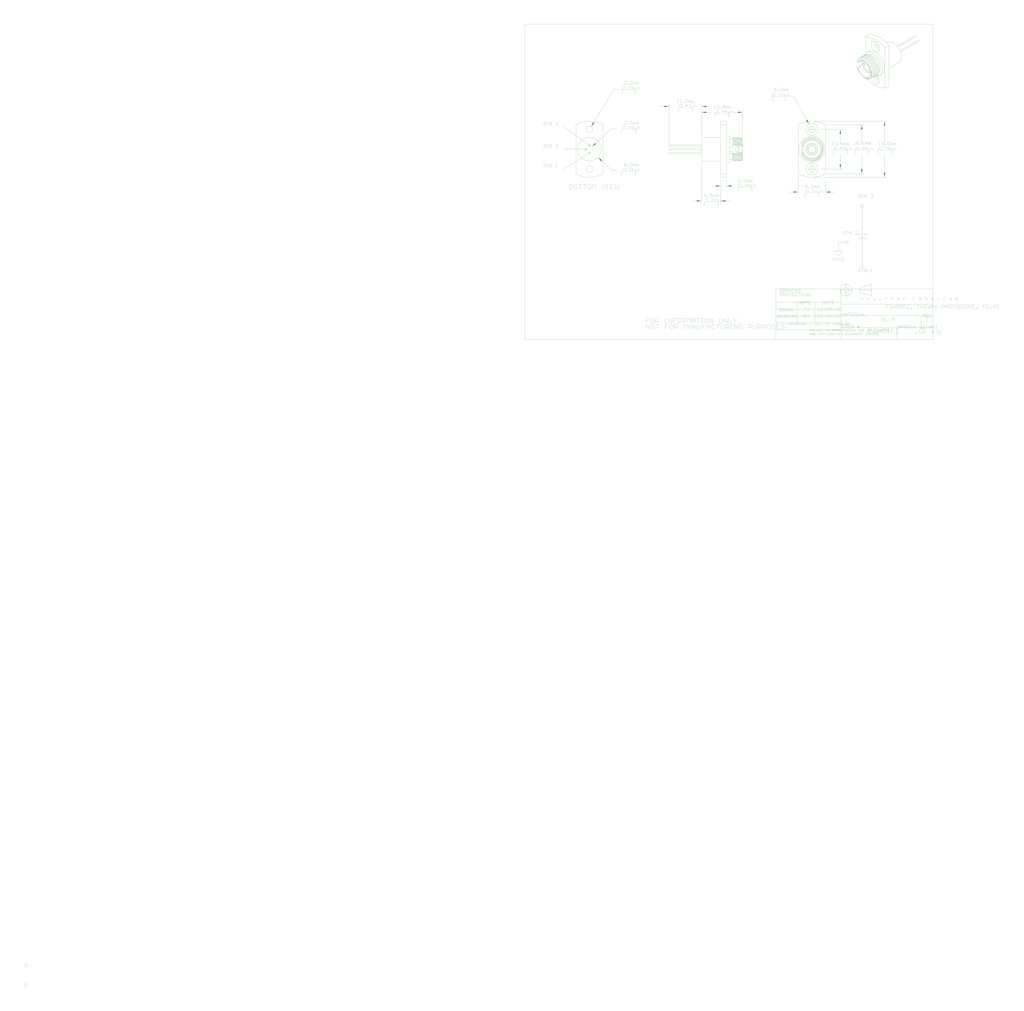
<source format=gm1>
G04*
G04 #@! TF.GenerationSoftware,Altium Limited,Altium Designer,22.2.1 (43)*
G04*
G04 Layer_Color=16711935*
%FSAX24Y24*%
%MOIN*%
G70*
G04*
G04 #@! TF.SameCoordinates,E8211669-D0EB-40F5-9659-E9546459CE39*
G04*
G04*
G04 #@! TF.FilePolarity,Positive*
G04*
G01*
G75*
%ADD42C,0.0039*%
%ADD43C,0.0005*%
%ADD44C,0.0005*%
%ADD45C,0.0003*%
G36*
X202677Y253641D02*
X201427Y253841D01*
X202677Y254041D01*
Y253641D01*
D02*
G37*
G36*
X192765Y253841D02*
X191515Y253641D01*
Y254041D01*
X192765Y253841D01*
D02*
G37*
G36*
X202677Y252056D02*
X201427Y252256D01*
X202677Y252456D01*
Y252056D01*
D02*
G37*
G36*
X172816Y249417D02*
X171997Y248451D01*
X172473Y249624D01*
X172816Y249417D01*
D02*
G37*
G36*
X173317Y243827D02*
X172273Y243112D01*
X173042Y244117D01*
X173317Y243827D01*
D02*
G37*
G36*
X174877Y239540D02*
X174601Y239250D01*
X173832Y240255D01*
X174877Y239540D01*
D02*
G37*
G36*
X209370Y232400D02*
X208120Y232600D01*
X209370Y232800D01*
Y232400D01*
D02*
G37*
G36*
X206545Y232600D02*
X205295Y232400D01*
Y232800D01*
X206545Y232600D01*
D02*
G37*
G36*
X207795Y228444D02*
X206545Y228644D01*
X207795Y228844D01*
Y228444D01*
D02*
G37*
G36*
X201427Y228644D02*
X200177Y228444D01*
Y228844D01*
X201427Y228644D01*
D02*
G37*
G36*
X212372Y252256D02*
X211122Y252056D01*
Y252456D01*
X212372Y252256D01*
D02*
G37*
G36*
X230100Y249090D02*
X229322Y250088D01*
X229672Y250281D01*
X230100Y249090D01*
D02*
G37*
G36*
X250446Y248654D02*
X250046D01*
X250246Y249904D01*
X250446Y248654D01*
D02*
G37*
G36*
X244380Y247718D02*
X243980D01*
X244180Y248968D01*
X244380Y247718D01*
D02*
G37*
G36*
X238635Y246461D02*
X238235D01*
X238435Y247711D01*
X238635Y246461D01*
D02*
G37*
G36*
X238435Y237136D02*
X238235Y238386D01*
X238635D01*
X238435Y237136D01*
D02*
G37*
G36*
X244180Y235878D02*
X243980Y237128D01*
X244380D01*
X244180Y235878D01*
D02*
G37*
G36*
X250246Y234943D02*
X250046Y236193D01*
X250446D01*
X250246Y234943D01*
D02*
G37*
G36*
X235733Y230806D02*
X234483Y231006D01*
X235733Y231206D01*
Y230806D01*
D02*
G37*
G36*
X227239Y231006D02*
X225989Y230806D01*
Y231206D01*
X227239Y231006D01*
D02*
G37*
D42*
X021693Y024685D02*
G03*
X021693Y024685I-000433J000000D01*
G01*
Y019409D02*
G03*
X021693Y019409I-000433J000000D01*
G01*
D43*
X248265Y262042D02*
G03*
X248730Y261268I001378J000301D01*
G01*
X247938Y262041D02*
G03*
X248825Y260920I001163J000009D01*
G01*
X247521Y261814D02*
G03*
X248822Y260307I002148J000539D01*
G01*
X243553Y264606D02*
G03*
X244120Y265964I-000598J001047D01*
G01*
X248257Y270723D02*
G03*
X248730Y269903I001381J000250D01*
G01*
X245004Y265729D02*
G03*
X244430Y264935I000108J-000682D01*
G01*
X245543Y263007D02*
G03*
X246517Y263107I000436J000544D01*
G01*
X248003Y270979D02*
G03*
X248825Y269555I001044J-000347D01*
G01*
X248707Y262794D02*
G03*
X248791Y263054I-001656J000680D01*
G01*
Y263054D02*
G03*
X248844Y263672I-002368J000514D01*
G01*
D02*
G03*
X248747Y264373I-003624J-000142D01*
G01*
D02*
G03*
X247666Y266493I-005069J-001249D01*
G01*
D02*
G03*
X247119Y267045I-003569J-002991D01*
G01*
Y267045D02*
G03*
X246535Y267452I-002327J-002717D01*
G01*
X246535Y267452D02*
G03*
X245952Y267685I-001181J-002104D01*
G01*
D02*
G03*
X244939Y267579I-000378J-001291D01*
G01*
X247470Y271283D02*
G03*
X248822Y268941I002197J-000293D01*
G01*
X248173Y262222D02*
G03*
X248240Y262259I-001294J002472D01*
G01*
Y262259D02*
G03*
X248305Y262299I-000455J000815D01*
G01*
D02*
G03*
X248367Y262345I-000501J000737D01*
G01*
X248367Y262345D02*
G03*
X248533Y262511I-000712J000875D01*
G01*
Y262511D02*
G03*
X248581Y262576I-001008J000813D01*
G01*
X248581Y262576D02*
G03*
X248627Y262644I-001014J000720D01*
G01*
X248627D02*
G03*
X248707Y262794I-001549J000925D01*
G01*
D02*
G03*
X248835Y263407I-001844J000705D01*
G01*
X248835D02*
G03*
X248789Y264137I-003175J000167D01*
G01*
D02*
G03*
X247702Y266440I-005037J-000969D01*
G01*
X247702D02*
G03*
X247113Y267042I-003634J-002967D01*
G01*
Y267042D02*
G03*
X246482Y267474I-002297J-002677D01*
G01*
X246482D02*
G03*
X245855Y267702I-001090J-002020D01*
G01*
D02*
G03*
X244803Y267489I-000298J-001230D01*
G01*
X244060Y265949D02*
G03*
X243876Y265865I000286J-000869D01*
G01*
X244303Y265906D02*
G03*
X244060Y265949I-000151J-000146D01*
G01*
X244363Y265773D02*
G03*
X244303Y265906I-000314J-000061D01*
G01*
X244382Y265572D02*
G03*
X244363Y265773I-000894J000014D01*
G01*
X244303Y265054D02*
G03*
X244382Y265572I-001823J000545D01*
G01*
X244203Y264795D02*
G03*
X244303Y265054I-001441J000708D01*
G01*
X243876Y264419D02*
G03*
X244203Y264795I-000465J000732D01*
G01*
X247948Y262045D02*
G03*
X248345Y262451I-000549J000933D01*
G01*
Y262451D02*
G03*
X248546Y263084I-001496J000825D01*
G01*
D02*
G03*
X248532Y263880I-002910J000345D01*
G01*
D02*
G03*
X247302Y266431I-005042J-000859D01*
G01*
Y266431D02*
G03*
X246625Y267055I-003294J-002899D01*
G01*
D02*
G03*
X245915Y267449I-001794J-002392D01*
G01*
D02*
G03*
X244660Y267419I-000596J-001321D01*
G01*
X247801Y261974D02*
G03*
X248265Y262334I-000369J000954D01*
G01*
D02*
G03*
X248521Y262958I-001255J000880D01*
G01*
D02*
G03*
X248539Y263778I-002685J000469D01*
G01*
X248539D02*
G03*
X247266Y266462I-005024J-000739D01*
G01*
X247266D02*
G03*
X246547Y267103I-003197J-002862D01*
G01*
D02*
G03*
X245799Y267484I-001633J-002280D01*
G01*
Y267484D02*
G03*
X244525Y267328I-000493J-001251D01*
G01*
X247670Y261884D02*
G03*
X248066Y262290I-000549J000933D01*
G01*
X248066Y262290D02*
G03*
X248268Y262923I-001496J000825D01*
G01*
X248268D02*
G03*
X248254Y263719I-002910J000345D01*
G01*
D02*
G03*
X247024Y266271I-005042J-000859D01*
G01*
X247024Y266271D02*
G03*
X246347Y266894I-003294J-002899D01*
G01*
X246347D02*
G03*
X245637Y267289I-001794J-002392D01*
G01*
D02*
G03*
X244382Y267258I-000596J-001321D01*
G01*
X247523Y261813D02*
G03*
X247987Y262173I-000369J000954D01*
G01*
X247987Y262173D02*
G03*
X248243Y262798I-001255J000880D01*
G01*
X248243Y262798D02*
G03*
X248261Y263617I-002685J000469D01*
G01*
X248261D02*
G03*
X246988Y266301I-005024J-000739D01*
G01*
X246988D02*
G03*
X246269Y266942I-003197J-002862D01*
G01*
X246269Y266942D02*
G03*
X245521Y267324I-001633J-002280D01*
G01*
X245521D02*
G03*
X244246Y267167I-000493J-001251D01*
G01*
X247392Y261723D02*
G03*
X247788Y262130I-000549J000933D01*
G01*
D02*
G03*
X247990Y262762I-001496J000825D01*
G01*
D02*
G03*
X247975Y263559I-002910J000345D01*
G01*
D02*
G03*
X246745Y266110I-005042J-000859D01*
G01*
Y266110D02*
G03*
X246068Y266733I-003294J-002899D01*
G01*
D02*
G03*
X245358Y267128I-001794J-002392D01*
G01*
D02*
G03*
X244104Y267097I-000596J-001321D01*
G01*
X247245Y261653D02*
G03*
X247708Y262012I-000369J000954D01*
G01*
D02*
G03*
X247965Y262637I-001255J000880D01*
G01*
D02*
G03*
X247983Y263456I-002685J000469D01*
G01*
X247983D02*
G03*
X246709Y266141I-005024J-000739D01*
G01*
X246709D02*
G03*
X245990Y266782I-003197J-002862D01*
G01*
D02*
G03*
X245242Y267163I-001633J-002280D01*
G01*
Y267163D02*
G03*
X243968Y267006I-000493J-001251D01*
G01*
X247113Y261563D02*
G03*
X247510Y261969I-000549J000933D01*
G01*
X247510Y261969D02*
G03*
X247711Y262602I-001496J000825D01*
G01*
X247711Y262602D02*
G03*
X247697Y263398I-002910J000345D01*
G01*
D02*
G03*
X246467Y265949I-005042J-000859D01*
G01*
X246467D02*
G03*
X245790Y266572I-003294J-002899D01*
G01*
X245790D02*
G03*
X245080Y266967I-001794J-002392D01*
G01*
Y266967D02*
G03*
X243825Y266937I-000596J-001321D01*
G01*
X246966Y261492D02*
G03*
X247430Y261852I-000369J000954D01*
G01*
D02*
G03*
X247686Y262476I-001255J000880D01*
G01*
X247686D02*
G03*
X247704Y263295I-002685J000469D01*
G01*
D02*
G03*
X246431Y265980I-005024J-000739D01*
G01*
D02*
G03*
X245712Y266621I-003197J-002862D01*
G01*
D02*
G03*
X244964Y267002I-001633J-002280D01*
G01*
Y267002D02*
G03*
X243689Y266846I-000493J-001251D01*
G01*
X246835Y261402D02*
G03*
X247231Y261808I-000549J000933D01*
G01*
Y261808D02*
G03*
X247433Y262441I-001496J000825D01*
G01*
D02*
G03*
X247418Y263237I-002910J000345D01*
G01*
D02*
G03*
X246188Y265789I-005042J-000859D01*
G01*
Y265789D02*
G03*
X245512Y266412I-003294J-002899D01*
G01*
D02*
G03*
X244802Y266806I-001794J-002392D01*
G01*
D02*
G03*
X243547Y266776I-000596J-001321D01*
G01*
X246600Y261305D02*
G03*
X247116Y261645I-000258J000952D01*
G01*
D02*
G03*
X247403Y262290I-001170J000906D01*
G01*
X247403D02*
G03*
X247423Y263157I-002672J000497D01*
G01*
D02*
G03*
X246686Y265117I-004827J-000697D01*
G01*
Y265117D02*
G03*
X246012Y265968I-004364J-002764D01*
G01*
D02*
G03*
X245236Y266588I-002843J-002762D01*
G01*
D02*
G03*
X244450Y266901I-001267J-002042D01*
G01*
X244450D02*
G03*
X243213Y266487I-000293J-001180D01*
G01*
X245166Y261334D02*
G03*
X246023Y261120I000855J001604D01*
G01*
D02*
G03*
X246702Y261381I-000015J001053D01*
G01*
X246702Y261381D02*
G03*
X247095Y262073I-000914J000976D01*
G01*
X247095Y262073D02*
G03*
X247127Y263080I-002597J000587D01*
G01*
D02*
G03*
X246145Y265328I-004868J-000788D01*
G01*
X246145D02*
G03*
X245292Y266179I-003506J-002665D01*
G01*
D02*
G03*
X244380Y266633I-001598J-002066D01*
G01*
D02*
G03*
X243006Y266095I-000366J-001090D01*
G01*
X244843Y261516D02*
G03*
X245217Y261339I001055J001742D01*
G01*
Y261339D02*
G03*
X245576Y261252I000565J001549D01*
G01*
D02*
G03*
X246447Y261534I000161J000989D01*
G01*
X246447Y261534D02*
G03*
X246636Y261798I-000804J000773D01*
G01*
Y261798D02*
G03*
X246759Y262135I-001318J000673D01*
G01*
Y262135D02*
G03*
X246812Y262532I-002010J000472D01*
G01*
X246812Y262532D02*
G03*
X246704Y263449I-003192J000088D01*
G01*
X246830Y262961D02*
G03*
X246704Y263449I-003698J-000698D01*
G01*
X246881Y262502D02*
G03*
X246830Y262961I-002929J-000092D01*
G01*
X246854Y262090D02*
G03*
X246881Y262502I-002080J000343D01*
G01*
X246750Y261740D02*
G03*
X246854Y262090I-001334J000585D01*
G01*
X246576Y261464D02*
G03*
X246750Y261740I-000839J000723D01*
G01*
X246343Y261272D02*
G03*
X246576Y261464I-000447J000780D01*
G01*
X246060Y261170D02*
G03*
X246343Y261272I-000158J000882D01*
G01*
X245735Y261161D02*
G03*
X246060Y261170I000131J001111D01*
G01*
X245007Y261420D02*
G03*
X245735Y261161I000985J001617D01*
G01*
X245014Y261415D02*
G03*
X245166Y261334I001419J002455D01*
G01*
X242920Y265796D02*
G03*
X242888Y265669I005077J-001330D01*
G01*
X242955Y265924D02*
G03*
X242920Y265796I005716J-001634D01*
G01*
X243006Y266095D02*
G03*
X242955Y265924I006484J-002041D01*
G01*
X245655Y261155D02*
G03*
X250304Y258739I005012J003964D01*
G01*
X248856Y260602D02*
G03*
X248295Y262042I-002414J-000111D01*
G01*
X249494Y262527D02*
G03*
X250220Y264132I-001016J001426D01*
G01*
X251417Y270071D02*
G03*
X246295Y273028I-005636J-003847D01*
G01*
X250304Y269428D02*
G03*
X245181Y272385I-005636J-003847D01*
G01*
X172389Y241883D02*
G03*
X172389Y242964I-000841J000540D01*
G01*
X171068Y241546D02*
G03*
X171548Y241423I000479J000878D01*
G01*
D02*
G03*
X172027Y241546I000000J001000D01*
G01*
X170670Y242903D02*
G03*
X170548Y242423I000878J-000479D01*
G01*
D02*
G03*
X170670Y241944I001000J000000D01*
G01*
X172027Y243301D02*
G03*
X171548Y243423I-000479J-000878D01*
G01*
D02*
G03*
X171068Y243301I000000J-001000D01*
G01*
X167926Y235878D02*
G03*
X175170Y235878I003622J006545D01*
G01*
Y248968D02*
G03*
X167926Y248968I-003622J-006545D01*
G01*
X172414Y247711D02*
G03*
X172414Y247711I-000866J000000D01*
G01*
Y237136D02*
G03*
X172414Y237136I-000866J000000D01*
G01*
X174697Y242423D02*
G03*
X174697Y242423I-003150J000000D01*
G01*
X171725Y243423D02*
G03*
X171725Y243423I-000177J000000D01*
G01*
Y241423D02*
G03*
X171725Y241423I-000177J000000D01*
G01*
X170725Y242423D02*
G03*
X170725Y242423I-000177J000000D01*
G01*
X231727Y237136D02*
G03*
X231727Y237136I-000866J000000D01*
G01*
Y247711D02*
G03*
X231727Y247711I-000866J000000D01*
G01*
X232436D02*
G03*
X232436Y247711I-001575J000000D01*
G01*
X227239Y235878D02*
G03*
X234483Y235878I003622J006545D01*
G01*
Y248968D02*
G03*
X227239Y248968I-003622J-006545D01*
G01*
X232436Y237136D02*
G03*
X232436Y237136I-001575J000000D01*
G01*
X234365Y242423D02*
G03*
X234365Y242423I-003504J000000D01*
G01*
X232436D02*
G03*
X232436Y242423I-001575J000000D01*
G01*
X232278D02*
G03*
X232278Y242423I-001417J000000D01*
G01*
X231817D02*
G03*
X231817Y242423I-000957J000000D01*
G01*
X231975D02*
G03*
X231975Y242423I-001114J000000D01*
G01*
X228641Y243309D02*
G03*
X228624Y243265I001448J-000587D01*
G01*
Y243265D02*
G03*
X228471Y242422I002239J-000842D01*
G01*
D02*
G03*
X228641Y241537I002390J000001D01*
G01*
X231266Y239303D02*
G03*
X228184Y244082I-000406J003122D01*
G01*
X228184Y240764D02*
G03*
X230647Y239281I002677J001659D01*
G01*
X228472Y241537D02*
G03*
X228472Y243309I002388J000886D01*
G01*
X228641Y241537D02*
G03*
X228641Y243309I002220J000886D01*
G01*
X228184Y241180D02*
G03*
X233565Y243274I002623J001221D01*
G01*
X230647Y239281D02*
G03*
X233565Y243274I000102J002988D01*
G01*
X230647Y239281D02*
G03*
X231075Y239281I000214J003142D01*
G01*
X231075D02*
G03*
X228184Y243748I-000162J003064D01*
G01*
X228251Y241537D02*
G03*
X228251Y243309I002610J000886D01*
G01*
X211368D02*
G03*
X211368Y241537I000000J-000886D01*
G01*
X212098Y241492D02*
G03*
X212159Y241242I006030J001341D01*
G01*
X212176Y241180D02*
G03*
X212232Y241321I-004017J001694D01*
G01*
Y241321D02*
G03*
X212308Y241537I-003603J001375D01*
G01*
X212210Y239600D02*
G03*
X212219Y239516I000454J000003D01*
G01*
X212293Y243354D02*
G03*
X212230Y243531I-003732J-001228D01*
G01*
X212230D02*
G03*
X212141Y243748I-004199J-001608D01*
G01*
X209739Y243583D02*
G03*
X209695Y243365I005388J-001212D01*
G01*
X209791Y243798D02*
G03*
X209739Y243583I005982J-001573D01*
G01*
X209873Y244082D02*
G03*
X209791Y243798I006868J-002114D01*
G01*
X209813Y245564D02*
G03*
X209807Y245569I-000002J000004D01*
G01*
X209819Y245523D02*
G03*
X209813Y245564I-000394J-000038D01*
G01*
X209826Y245447D02*
G03*
X209819Y245523I-002076J-000143D01*
G01*
X209833Y245339D02*
G03*
X209826Y245447I-006216J-000332D01*
G01*
X212053Y241271D02*
G03*
X212098Y241492I-005368J001200D01*
G01*
X212000Y241052D02*
G03*
X212053Y241271I-005965J001564D01*
G01*
X211918Y240764D02*
G03*
X212000Y241052I-006859J002111D01*
G01*
X211960Y239465D02*
G03*
X211967Y239375I004572J000267D01*
G01*
D02*
G03*
X211978Y239281I000680J000034D01*
G01*
X211987Y239282D02*
G03*
X211988Y239284I-000013J000010D01*
G01*
X211986Y239281D02*
G03*
X211987Y239282I-000007J000007D01*
G01*
X211985Y239280D02*
G03*
X211986Y239281I-000004J000006D01*
G01*
X211983Y239280D02*
G03*
X211985Y239280I-000001J000005D01*
G01*
X211982Y239280D02*
G03*
X211983Y239280I000000J000005D01*
G01*
X211981Y239280D02*
G03*
X211982Y239280I000001J000007D01*
G01*
X211980Y239280D02*
G03*
X211981Y239280I000003J000010D01*
G01*
X211978Y239281D02*
G03*
X211980Y239280I000011J000027D01*
G01*
X212150Y239806D02*
G03*
X212158Y239695I004900J000283D01*
G01*
X212158Y239695D02*
G03*
X212173Y239593I000361J000000D01*
G01*
X211840Y240980D02*
G03*
X211910Y240764I007794J002399D01*
G01*
X211777Y241198D02*
G03*
X211840Y240980I006910J001890D01*
G01*
X211704Y241492D02*
G03*
X211777Y241198I006121J001362D01*
G01*
X212086Y243513D02*
G03*
X212055Y243355I005317J-001125D01*
G01*
X212141Y243748D02*
G03*
X212086Y243513I005794J-001474D01*
G01*
X212102Y245431D02*
G03*
X212098Y245453I-000079J-000003D01*
G01*
X212106Y245371D02*
G03*
X212102Y245431I-001498J-000076D01*
G01*
X211954Y239440D02*
G03*
X211960Y239355I003464J000214D01*
G01*
D02*
G03*
X211972Y239278I000255J-000000D01*
G01*
X210872Y241271D02*
G03*
X210917Y241492I-005368J001200D01*
G01*
X210819Y241052D02*
G03*
X210872Y241271I-005965J001564D01*
G01*
X210737Y240764D02*
G03*
X210819Y241052I-006859J002111D01*
G01*
X210777Y239508D02*
G03*
X210784Y239399I006219J000332D01*
G01*
X210784D02*
G03*
X210790Y239324I002064J000142D01*
G01*
X210790Y239324D02*
G03*
X210803Y239278I000029J-000017D01*
G01*
X211003Y245558D02*
G03*
X210998Y245573I-000021J000001D01*
G01*
X211010Y245511D02*
G03*
X211003Y245558I-000559J-000050D01*
G01*
X211016Y245432D02*
G03*
X211010Y245511I-002587J-000170D01*
G01*
X211131Y243866D02*
G03*
X211062Y244082I-007794J-002399D01*
G01*
X211195Y243648D02*
G03*
X211131Y243866I-006910J-001890D01*
G01*
X211267Y243355D02*
G03*
X211195Y243648I-006121J-001362D01*
G01*
X211053Y240980D02*
G03*
X211123Y240764I007794J002399D01*
G01*
X210990Y241198D02*
G03*
X211053Y240980I006910J001890D01*
G01*
X210917Y241492D02*
G03*
X210990Y241198I006121J001362D01*
G01*
X210969Y239806D02*
G03*
X210977Y239695I004903J000284D01*
G01*
D02*
G03*
X210992Y239593I000361J000000D01*
G01*
X211200Y245225D02*
G03*
X211193Y245253I-000063J-000000D01*
G01*
X211207Y245152D02*
G03*
X211200Y245225I-001515J-000119D01*
G01*
X211215Y245040D02*
G03*
X211207Y245152I-004902J-000283D01*
G01*
X211312Y243575D02*
G03*
X211267Y243355I005368J-001200D01*
G01*
X211365Y243794D02*
G03*
X211312Y243575I005965J-001564D01*
G01*
X211447Y244082D02*
G03*
X211365Y243794I006859J-002111D01*
G01*
X211168Y239414D02*
G03*
X211175Y239335I002587J000170D01*
G01*
X211175D02*
G03*
X211187Y239274I000138J-000005D01*
G01*
X211388Y245564D02*
G03*
X211382Y245569I-000002J000004D01*
G01*
X211394Y245523D02*
G03*
X211388Y245564I-000393J-000038D01*
G01*
X211401Y245447D02*
G03*
X211394Y245523I-002072J-000142D01*
G01*
X211407Y245339D02*
G03*
X211401Y245447I-006209J-000332D01*
G01*
X211660Y241271D02*
G03*
X211704Y241492I-005368J001200D01*
G01*
X211607Y241052D02*
G03*
X211660Y241271I-005965J001564D01*
G01*
X211524Y240764D02*
G03*
X211607Y241052I-006859J002111D01*
G01*
X211564Y239508D02*
G03*
X211571Y239399I006219J000332D01*
G01*
X211571D02*
G03*
X211578Y239324I002064J000142D01*
G01*
Y239324D02*
G03*
X211590Y239278I000029J-000017D01*
G01*
X211791Y245558D02*
G03*
X211785Y245573I-000021J000001D01*
G01*
X211797Y245511D02*
G03*
X211791Y245558I-000559J-000050D01*
G01*
X211803Y245432D02*
G03*
X211797Y245511I-002587J-000170D01*
G01*
X211919Y243866D02*
G03*
X211849Y244082I-007794J-002400D01*
G01*
X211982Y243648D02*
G03*
X211919Y243866I-006910J-001890D01*
G01*
X212055Y243355D02*
G03*
X211982Y243648I-006121J-001362D01*
G01*
X211757Y239806D02*
G03*
X211765Y239695I004903J000284D01*
G01*
X211765D02*
G03*
X211779Y239593I000361J000000D01*
G01*
X211987Y245225D02*
G03*
X211980Y245253I-000063J-000000D01*
G01*
X211995Y245152D02*
G03*
X211987Y245225I-001515J-000119D01*
G01*
X212002Y245040D02*
G03*
X211995Y245152I-004902J-000283D01*
G01*
X210085Y241271D02*
G03*
X210130Y241492I-005368J001200D01*
G01*
X210032Y241052D02*
G03*
X210085Y241271I-005965J001564D01*
G01*
X209950Y240764D02*
G03*
X210032Y241052I-006859J002111D01*
G01*
X209990Y239508D02*
G03*
X209996Y239399I006219J000332D01*
G01*
X209996D02*
G03*
X210003Y239324I002064J000142D01*
G01*
Y239324D02*
G03*
X210015Y239278I000029J-000017D01*
G01*
X210216Y245558D02*
G03*
X210210Y245573I-000021J000001D01*
G01*
X210222Y245511D02*
G03*
X210216Y245558I-000559J-000050D01*
G01*
X210229Y245432D02*
G03*
X210222Y245511I-002587J-000170D01*
G01*
X210344Y243866D02*
G03*
X210274Y244082I-007794J-002399D01*
G01*
X210407Y243648D02*
G03*
X210344Y243866I-006910J-001890D01*
G01*
X210480Y243355D02*
G03*
X210407Y243648I-006121J-001362D01*
G01*
X210266Y240980D02*
G03*
X210335Y240764I007794J002399D01*
G01*
X210202Y241198D02*
G03*
X210266Y240980I006910J001890D01*
G01*
X210130Y241492D02*
G03*
X210202Y241198I006121J001362D01*
G01*
X210182Y239806D02*
G03*
X210190Y239695I004903J000284D01*
G01*
X210190D02*
G03*
X210204Y239593I000361J000000D01*
G01*
X210412Y245225D02*
G03*
X210405Y245253I-000063J-000000D01*
G01*
X210420Y245152D02*
G03*
X210412Y245225I-001515J-000119D01*
G01*
X210428Y245040D02*
G03*
X210420Y245152I-004902J-000283D01*
G01*
X210525Y243575D02*
G03*
X210480Y243355I005368J-001200D01*
G01*
X210578Y243794D02*
G03*
X210525Y243575I005965J-001564D01*
G01*
X210660Y244082D02*
G03*
X210578Y243794I006859J-002111D01*
G01*
X210381Y239414D02*
G03*
X210387Y239335I002587J000170D01*
G01*
X210387D02*
G03*
X210399Y239274I000138J-000005D01*
G01*
X210600Y245564D02*
G03*
X210594Y245569I-000002J000004D01*
G01*
X210607Y245523D02*
G03*
X210600Y245564I-000393J-000038D01*
G01*
X210613Y245447D02*
G03*
X210607Y245523I-002072J-000142D01*
G01*
X210620Y245339D02*
G03*
X210613Y245447I-006209J-000332D01*
G01*
X209872Y240980D02*
G03*
X209942Y240764I007794J002400D01*
G01*
X209809Y241198D02*
G03*
X209872Y240980I006910J001890D01*
G01*
X209736Y241492D02*
G03*
X209809Y241198I006121J001362D01*
G01*
X210131Y243575D02*
G03*
X210086Y243355I005368J-001200D01*
G01*
X210184Y243794D02*
G03*
X210131Y243575I005965J-001564D01*
G01*
X210266Y244082D02*
G03*
X210184Y243794I006859J-002111D01*
G01*
X209987Y239414D02*
G03*
X209994Y239335I002587J000170D01*
G01*
D02*
G03*
X210006Y239274I000138J-000005D01*
G01*
X210207Y245564D02*
G03*
X210201Y245569I-000002J000004D01*
G01*
X210213Y245523D02*
G03*
X210207Y245564I-000393J-000038D01*
G01*
X210220Y245447D02*
G03*
X210213Y245523I-002072J-000142D01*
G01*
X210226Y245339D02*
G03*
X210220Y245447I-006209J-000332D01*
G01*
X211266Y241271D02*
G03*
X211311Y241492I-005368J001200D01*
G01*
X211213Y241052D02*
G03*
X211266Y241271I-005965J001564D01*
G01*
X211131Y240764D02*
G03*
X211213Y241052I-006859J002111D01*
G01*
X211171Y239508D02*
G03*
X211177Y239399I006219J000332D01*
G01*
D02*
G03*
X211184Y239324I002064J000142D01*
G01*
Y239324D02*
G03*
X211196Y239278I000029J-000017D01*
G01*
X211397Y245558D02*
G03*
X211391Y245573I-000021J000001D01*
G01*
X211403Y245511D02*
G03*
X211397Y245558I-000559J-000050D01*
G01*
X211410Y245432D02*
G03*
X211403Y245511I-002587J-000170D01*
G01*
X211525Y243866D02*
G03*
X211455Y244082I-007794J-002399D01*
G01*
X211588Y243648D02*
G03*
X211525Y243866I-006910J-001890D01*
G01*
X211661Y243355D02*
G03*
X211588Y243648I-006121J-001362D01*
G01*
X209695Y241286D02*
G03*
X209736Y241492I-005365J001184D01*
G01*
X209822Y245558D02*
G03*
X209817Y245573I-000021J000001D01*
G01*
X209828Y245511D02*
G03*
X209822Y245558I-000559J-000050D01*
G01*
X209835Y245432D02*
G03*
X209828Y245511I-002587J-000170D01*
G01*
X209950Y243866D02*
G03*
X209880Y244082I-007794J-002399D01*
G01*
X210014Y243648D02*
G03*
X209950Y243866I-006910J-001890D01*
G01*
X210086Y243355D02*
G03*
X210014Y243648I-006121J-001362D01*
G01*
X209788Y239806D02*
G03*
X209796Y239695I004903J000284D01*
G01*
D02*
G03*
X209811Y239593I000361J000000D01*
G01*
X210019Y245225D02*
G03*
X210012Y245253I-000063J-000000D01*
G01*
X210026Y245152D02*
G03*
X210019Y245225I-001515J-000119D01*
G01*
X210034Y245040D02*
G03*
X210026Y245152I-004902J-000283D01*
G01*
X211447Y240980D02*
G03*
X211517Y240764I007794J002399D01*
G01*
X211383Y241198D02*
G03*
X211447Y240980I006910J001890D01*
G01*
X211311Y241492D02*
G03*
X211383Y241198I006121J001362D01*
G01*
X211363Y239806D02*
G03*
X211371Y239695I004903J000284D01*
G01*
D02*
G03*
X211385Y239593I000361J000000D01*
G01*
X211593Y245225D02*
G03*
X211586Y245253I-000063J-000000D01*
G01*
X211601Y245152D02*
G03*
X211593Y245225I-001515J-000119D01*
G01*
X211609Y245040D02*
G03*
X211601Y245152I-004902J-000283D01*
G01*
X211706Y243575D02*
G03*
X211661Y243355I005368J-001200D01*
G01*
X211759Y243794D02*
G03*
X211706Y243575I005965J-001564D01*
G01*
X211841Y244082D02*
G03*
X211759Y243794I006859J-002111D01*
G01*
X211562Y239414D02*
G03*
X211569Y239335I002587J000170D01*
G01*
D02*
G03*
X211580Y239274I000138J-000005D01*
G01*
X211782Y245564D02*
G03*
X211775Y245569I-000002J000004D01*
G01*
X211788Y245523D02*
G03*
X211782Y245564I-000393J-000038D01*
G01*
X211794Y245447D02*
G03*
X211788Y245523I-002072J-000142D01*
G01*
X211801Y245339D02*
G03*
X211794Y245447I-006209J-000332D01*
G01*
X210659Y240980D02*
G03*
X210729Y240764I007794J002399D01*
G01*
X210596Y241198D02*
G03*
X210659Y240980I006910J001890D01*
G01*
X210523Y241492D02*
G03*
X210596Y241198I006121J001362D01*
G01*
X210918Y243575D02*
G03*
X210874Y243355I005368J-001200D01*
G01*
X210971Y243794D02*
G03*
X210918Y243575I005965J-001564D01*
G01*
X211054Y244082D02*
G03*
X210971Y243794I006859J-002111D01*
G01*
X210775Y239414D02*
G03*
X210781Y239335I002587J000170D01*
G01*
X210781D02*
G03*
X210793Y239274I000138J-000005D01*
G01*
X210994Y245564D02*
G03*
X210988Y245569I-000002J000004D01*
G01*
X211000Y245523D02*
G03*
X210994Y245564I-000393J-000038D01*
G01*
X211007Y245447D02*
G03*
X211000Y245523I-002072J-000142D01*
G01*
X211014Y245339D02*
G03*
X211007Y245447I-006209J-000332D01*
G01*
X210479Y241271D02*
G03*
X210523Y241492I-005368J001200D01*
G01*
X210426Y241052D02*
G03*
X210479Y241271I-005965J001564D01*
G01*
X210343Y240764D02*
G03*
X210426Y241052I-006859J002111D01*
G01*
X210383Y239508D02*
G03*
X210390Y239399I006219J000332D01*
G01*
X210390D02*
G03*
X210397Y239324I002064J000142D01*
G01*
Y239324D02*
G03*
X210409Y239278I000029J-000017D01*
G01*
X210610Y245558D02*
G03*
X210604Y245573I-000021J000001D01*
G01*
X210616Y245511D02*
G03*
X210610Y245558I-000559J-000050D01*
G01*
X210622Y245432D02*
G03*
X210616Y245511I-002587J-000170D01*
G01*
X210738Y243866D02*
G03*
X210668Y244082I-007794J-002399D01*
G01*
X210801Y243648D02*
G03*
X210738Y243866I-006910J-001890D01*
G01*
X210874Y243355D02*
G03*
X210801Y243648I-006121J-001362D01*
G01*
X210576Y239806D02*
G03*
X210583Y239695I004903J000284D01*
G01*
X210583D02*
G03*
X210598Y239593I000361J000000D01*
G01*
X210806Y245225D02*
G03*
X210799Y245253I-000063J-000000D01*
G01*
X210814Y245152D02*
G03*
X210806Y245225I-001515J-000119D01*
G01*
X210821Y245040D02*
G03*
X210814Y245152I-004902J-000283D01*
G01*
X241486Y204866D02*
G03*
X241486Y204866I-001536J000000D01*
G01*
X240646D02*
G03*
X240646Y204866I-000696J000000D01*
G01*
X240676Y217599D02*
G03*
X240676Y217599I-000394J000000D01*
G01*
X244676Y227367D02*
G03*
X244676Y227367I-000394J000000D01*
G01*
Y211067D02*
G03*
X244676Y211067I-000394J000000D01*
G01*
X258688Y270860D02*
X258691Y270862D01*
X258688Y272493D02*
X258704Y272506D01*
X258717Y272529D01*
X258724Y272558D01*
Y272591D01*
X258717Y272628D02*
X258724Y272591D01*
X258704Y272665D02*
X258717Y272628D01*
X258686Y272702D02*
X258704Y272665D01*
X258662Y272735D02*
X258686Y272702D01*
X258636Y272764D02*
X258662Y272735D01*
X258607Y272786D02*
X258636Y272764D01*
X258578Y272801D02*
X258607Y272786D01*
X258550Y272808D02*
X258578Y272801D01*
X258525Y272805D02*
X258550Y272808D01*
X258511Y272800D02*
X258525Y272805D01*
X259395Y271268D02*
X259412Y271282D01*
X259425Y271304D01*
X259431Y271333D01*
Y271366D01*
X259425Y271403D02*
X259431Y271366D01*
X259412Y271441D02*
X259425Y271403D01*
X259393Y271477D02*
X259412Y271441D01*
X259370Y271511D02*
X259393Y271477D01*
X259343Y271539D02*
X259370Y271511D01*
X259314Y271562D02*
X259343Y271539D01*
X259285Y271577D02*
X259314Y271562D01*
X259257Y271583D02*
X259285Y271577D01*
X259232Y271581D02*
X259257Y271583D01*
X259218Y271575D02*
X259232Y271581D01*
X242888Y264222D02*
X243553Y264606D01*
X243876Y264419D01*
X254050Y265566D02*
X254092Y265592D01*
X254173Y265649D01*
X254248Y265714D01*
X254319Y265787D01*
X254384Y265867D01*
X254443Y265954D01*
X254496Y266047D01*
X254544Y266148D01*
X254586Y266255D01*
X254621Y266367D01*
X254650Y266486D01*
X254673Y266609D01*
X254689Y266738D01*
X254699Y266871D01*
X254702Y267008D01*
X254699Y267150D02*
X254702Y267008D01*
X254689Y267294D02*
X254699Y267150D01*
X254673Y267441D02*
X254689Y267294D01*
X254650Y267591D02*
X254673Y267441D01*
X254621Y267743D02*
X254650Y267591D01*
X254586Y267897D02*
X254621Y267743D01*
X254544Y268052D02*
X254586Y267897D01*
X254496Y268207D02*
X254544Y268052D01*
X254443Y268363D02*
X254496Y268207D01*
X254384Y268518D02*
X254443Y268363D01*
X254319Y268673D02*
X254384Y268518D01*
X254248Y268827D02*
X254319Y268673D01*
X254173Y268979D02*
X254248Y268827D01*
X254092Y269129D02*
X254173Y268979D01*
X254007Y269277D02*
X254092Y269129D01*
X253917Y269422D02*
X254007Y269277D01*
X253823Y269563D02*
X253917Y269422D01*
X253725Y269701D02*
X253823Y269563D01*
X253623Y269835D02*
X253725Y269701D01*
X253518Y269964D02*
X253623Y269835D01*
X253410Y270088D02*
X253518Y269964D01*
X253300Y270207D02*
X253410Y270088D01*
X253186Y270321D02*
X253300Y270207D01*
X253071Y270428D02*
X253186Y270321D01*
X252954Y270529D02*
X253071Y270428D01*
X252836Y270624D02*
X252954Y270529D01*
X252716Y270712D02*
X252836Y270624D01*
X252596Y270792D02*
X252716Y270712D01*
X252475Y270866D02*
X252596Y270792D01*
X252355Y270932D02*
X252475Y270866D01*
X252234Y270990D02*
X252355Y270932D01*
X252115Y271040D02*
X252234Y270990D01*
X251996Y271082D02*
X252115Y271040D01*
X251879Y271116D02*
X251996Y271082D01*
X251764Y271142D02*
X251879Y271116D01*
X251651Y271159D02*
X251764Y271142D01*
X251540Y271168D02*
X251651Y271159D01*
X251432Y271169D02*
X251540Y271168D01*
X251327Y271161D02*
X251432Y271169D01*
X251225Y271144D02*
X251327Y271161D01*
X251127Y271120D02*
X251225Y271144D01*
X251033Y271087D02*
X251127Y271120D01*
X250944Y271045D02*
X251033Y271087D01*
X250901Y271022D02*
X250944Y271045D01*
X246217Y263827D02*
X246218Y263841D01*
X246207Y263757D02*
X246217Y263827D01*
X246191Y263692D02*
X246207Y263757D01*
X246168Y263633D02*
X246191Y263692D01*
X246140Y263580D02*
X246168Y263633D01*
X246106Y263534D02*
X246140Y263580D01*
X246066Y263495D02*
X246106Y263534D01*
X246022Y263464D02*
X246066Y263495D01*
X245972Y263441D02*
X246022Y263464D01*
X245919Y263426D02*
X245972Y263441D01*
X245862Y263419D02*
X245919Y263426D01*
X245802Y263421D02*
X245862Y263419D01*
X245740Y263431D02*
X245802Y263421D01*
X245675Y263450D02*
X245740Y263431D01*
X245610Y263477D02*
X245675Y263450D01*
X245543Y263511D02*
X245610Y263477D01*
X245477Y263553D02*
X245543Y263511D01*
X245411Y263602D02*
X245477Y263553D01*
X245347Y263658D02*
X245411Y263602D01*
X245284Y263720D02*
X245347Y263658D01*
X245224Y263788D02*
X245284Y263720D01*
X245168Y263860D02*
X245224Y263788D01*
X245114Y263936D02*
X245168Y263860D01*
X245065Y264016D02*
X245114Y263936D01*
X245020Y264099D02*
X245065Y264016D01*
X244981Y264183D02*
X245020Y264099D01*
X244947Y264269D02*
X244981Y264183D01*
X244918Y264354D02*
X244947Y264269D01*
X244896Y264439D02*
X244918Y264354D01*
X244880Y264523D02*
X244896Y264439D01*
X244870Y264604D02*
X244880Y264523D01*
X244867Y264683D02*
X244870Y264604D01*
X244867Y264683D02*
X244870Y264758D01*
X244880Y264828D01*
X244896Y264893D01*
X244918Y264952D01*
X244947Y265005D01*
X244981Y265051D01*
X245020Y265090D01*
X245065Y265121D01*
X245114Y265144D01*
X245168Y265159D01*
X245224Y265165D01*
X245284Y265164D01*
X245347Y265153D01*
X245411Y265135D01*
X245477Y265108D01*
X245490Y265102D01*
X246217Y263858D02*
X246220Y263773D01*
X246207Y263946D02*
X246217Y263858D01*
X246191Y264036D02*
X246207Y263946D01*
X246168Y264127D02*
X246191Y264036D01*
X246140Y264220D02*
X246168Y264127D01*
X246105Y264312D02*
X246140Y264220D01*
X246065Y264404D02*
X246105Y264312D01*
X246020Y264494D02*
X246065Y264404D01*
X245970Y264583D02*
X246020Y264494D01*
X245915Y264668D02*
X245970Y264583D01*
X245857Y264749D02*
X245915Y264668D01*
X245794Y264827D02*
X245857Y264749D01*
X245729Y264899D02*
X245794Y264827D01*
X245662Y264966D02*
X245729Y264899D01*
X245592Y265026D02*
X245662Y264966D01*
X245521Y265080D02*
X245592Y265026D01*
X245450Y265127D02*
X245521Y265080D01*
X245378Y265167D02*
X245450Y265127D01*
X245307Y265199D02*
X245378Y265167D01*
X245237Y265222D02*
X245307Y265199D01*
X245168Y265238D02*
X245237Y265222D01*
X245102Y265245D02*
X245168Y265238D01*
X245038Y265243D02*
X245102Y265245D01*
X244978Y265234D02*
X245038Y265243D01*
X244921Y265216D02*
X244978Y265234D01*
X244869Y265189D02*
X244921Y265216D01*
X244821Y265155D02*
X244869Y265189D01*
X244778Y265113D02*
X244821Y265155D01*
X244741Y265064D02*
X244778Y265113D01*
X244709Y265008D02*
X244741Y265064D01*
X244684Y264945D02*
X244709Y265008D01*
X244664Y264877D02*
X244684Y264945D01*
X244651Y264803D02*
X244664Y264877D01*
X244645Y264724D02*
X244651Y264803D01*
X244645Y264641D02*
Y264724D01*
Y264641D02*
X244651Y264555D01*
X244664Y264466D01*
X244684Y264375D01*
X244709Y264283D01*
X244741Y264190D01*
X244778Y264098D01*
X244821Y264007D01*
X244869Y263917D01*
X244921Y263831D01*
X244978Y263747D01*
X245038Y263668D01*
X245102Y263593D01*
X245168Y263523D01*
X245237Y263459D01*
X245307Y263402D01*
X245378Y263352D01*
X245450Y263308D01*
X245521Y263273D01*
X245592Y263245D01*
X245662Y263225D01*
X245729Y263214D01*
X245794Y263211D01*
X245857Y263217D01*
X245915Y263231D01*
X245970Y263253D01*
X246020Y263283D01*
X246065Y263321D01*
X246105Y263367D01*
X246140Y263420D01*
X246168Y263479D01*
X246191Y263545D01*
X246207Y263616D01*
X246217Y263692D01*
X246220Y263773D01*
X246421Y263471D02*
X246431Y263553D01*
X246405Y263389D02*
X246421Y263471D01*
X246383Y263313D02*
X246405Y263389D01*
X246354Y263242D02*
X246383Y263313D01*
X246319Y263178D02*
X246354Y263242D01*
X246279Y263121D02*
X246319Y263178D01*
X246233Y263070D02*
X246279Y263121D01*
X246182Y263028D02*
X246233Y263070D01*
X246126Y262993D02*
X246182Y263028D01*
X246066Y262966D02*
X246126Y262993D01*
X246001Y262947D02*
X246066Y262966D01*
X245933Y262937D02*
X246001Y262947D01*
X245862Y262935D02*
X245933Y262937D01*
X245787Y262941D02*
X245862Y262935D01*
X245711Y262956D02*
X245787Y262941D01*
X245632Y262978D02*
X245711Y262956D01*
X245553Y263010D02*
X245632Y262978D01*
X245472Y263048D02*
X245553Y263010D01*
X245392Y263095D02*
X245472Y263048D01*
X245311Y263149D02*
X245392Y263095D01*
X245232Y263210D02*
X245311Y263149D01*
X245153Y263277D02*
X245232Y263210D01*
X245077Y263351D02*
X245153Y263277D01*
X245002Y263431D02*
X245077Y263351D01*
X244931Y263515D02*
X245002Y263431D01*
X244863Y263604D02*
X244931Y263515D01*
X244798Y263698D02*
X244863Y263604D01*
X244738Y263794D02*
X244798Y263698D01*
X244682Y263894D02*
X244738Y263794D01*
X244631Y263995D02*
X244682Y263894D01*
X244585Y264099D02*
X244631Y263995D01*
X244545Y264203D02*
X244585Y264099D01*
X244510Y264307D02*
X244545Y264203D01*
X244481Y264410D02*
X244510Y264307D01*
X244459Y264513D02*
X244481Y264410D01*
X244443Y264614D02*
X244459Y264513D01*
X244433Y264712D02*
X244443Y264614D01*
X244430Y264807D02*
X244433Y264712D01*
X244430Y264807D02*
X244433Y264898D01*
X244443Y264985D01*
X244459Y265067D01*
X244481Y265143D01*
X244510Y265214D01*
X244545Y265278D01*
X244585Y265336D01*
X244631Y265386D01*
X244682Y265429D01*
X244738Y265464D01*
X244798Y265490D01*
X244863Y265509D01*
X244931Y265520D01*
X245002Y265522D01*
X245077Y265515D01*
X245153Y265501D01*
X245232Y265478D01*
X245311Y265447D01*
X245347Y265430D01*
X245934Y267688D02*
X246020Y267717D01*
X246111Y267738D01*
X246206Y267751D01*
X246305Y267756D01*
X246406Y267753D01*
X246510Y267741D01*
X246616Y267722D01*
X246724Y267693D01*
X246833Y267657D01*
X246944Y267613D01*
X247055Y267561D01*
X247167Y267501D01*
X247279Y267434D01*
X247391Y267360D01*
X247502Y267279D01*
X247612Y267191D01*
X247720Y267096D01*
X247827Y266995D01*
X247932Y266889D01*
X248034Y266777D01*
X248133Y266660D01*
X248229Y266539D01*
X248322Y266413D01*
X248411Y266283D01*
X248496Y266150D01*
X248577Y266013D01*
X248653Y265875D01*
X248724Y265734D01*
X248790Y265591D01*
X248851Y265448D01*
X248907Y265303D01*
X248956Y265159D01*
X249000Y265014D01*
X249038Y264871D01*
X249070Y264728D01*
X249095Y264588D01*
X249114Y264449D01*
X249127Y264314D01*
X249134Y264181D01*
Y264051D02*
Y264181D01*
X249127Y263926D02*
X249134Y264051D01*
X249114Y263805D02*
X249127Y263926D01*
X249095Y263689D02*
X249114Y263805D01*
X249070Y263578D02*
X249095Y263689D01*
X249038Y263472D02*
X249070Y263578D01*
X249000Y263372D02*
X249038Y263472D01*
X248956Y263278D02*
X249000Y263372D01*
X248907Y263191D02*
X248956Y263278D01*
X248851Y263111D02*
X248907Y263191D01*
X248790Y263037D02*
X248851Y263111D01*
X248786Y263032D02*
X248790Y263037D01*
X249660Y263666D02*
X249663Y263810D01*
X249651Y263526D02*
X249660Y263666D01*
X249634Y263390D02*
X249651Y263526D01*
X249612Y263259D02*
X249634Y263390D01*
X249583Y263134D02*
X249612Y263259D01*
X249548Y263014D02*
X249583Y263134D01*
X249507Y262899D02*
X249548Y263014D01*
X249459Y262791D02*
X249507Y262899D01*
X249406Y262689D02*
X249459Y262791D01*
X249347Y262594D02*
X249406Y262689D01*
X249283Y262506D02*
X249347Y262594D01*
X249212Y262425D02*
X249283Y262506D01*
X249137Y262351D02*
X249212Y262425D01*
X249056Y262285D02*
X249137Y262351D01*
X248971Y262226D02*
X249056Y262285D01*
X248881Y262175D02*
X248971Y262226D01*
X248787Y262133D02*
X248881Y262175D01*
X248688Y262098D02*
X248787Y262133D01*
X248585Y262072D02*
X248688Y262098D01*
X248479Y262054D02*
X248585Y262072D01*
X248369Y262044D02*
X248479Y262054D01*
X248257Y262042D02*
X248369Y262044D01*
X248141Y262049D02*
X248257Y262042D01*
X248023Y262064D02*
X248141Y262049D01*
X247993Y262070D02*
X248023Y262064D01*
X244842Y267520D02*
X244844Y267525D01*
X244888Y267637D01*
X244938Y267742D01*
X244994Y267840D01*
X245056Y267932D01*
X245124Y268017D01*
X245196Y268094D01*
X245274Y268164D01*
X245357Y268227D01*
X245445Y268281D01*
X245537Y268328D01*
X245634Y268367D01*
X245735Y268397D01*
X245839Y268420D01*
X245947Y268434D01*
X246058Y268439D01*
X246172Y268436D01*
X246289Y268425D01*
X246408Y268406D01*
X246529Y268378D01*
X246652Y268343D01*
X246776Y268299D01*
X246902Y268247D01*
X247028Y268187D01*
X247154Y268120D01*
X247281Y268045D01*
X247407Y267963D01*
X247533Y267873D01*
X247658Y267777D01*
X247781Y267674D01*
X247903Y267565D01*
X248023Y267450D01*
X248141Y267329D01*
X248257Y267202D01*
X248369Y267071D01*
X248479Y266934D01*
X248585Y266794D01*
X248688Y266649D01*
X248787Y266500D01*
X248881Y266349D01*
X248971Y266194D01*
X249056Y266037D01*
X249137Y265878D01*
X249212Y265717D01*
X249283Y265555D01*
X249347Y265392D01*
X249406Y265228D01*
X249459Y265065D01*
X249507Y264902D01*
X249548Y264740D01*
X249583Y264580D01*
X249612Y264421D01*
X249634Y264264D01*
X249651Y264110D01*
X249660Y263958D01*
X249663Y263810D01*
X243278Y264073D02*
X243876Y264419D01*
X243278Y265520D02*
X243876Y265865D01*
X243047Y264078D02*
X243116Y264077D01*
X243278Y264073D01*
X243186Y265522D02*
X243278Y265520D01*
X243047Y265525D02*
X243186Y265522D01*
X243278Y265520D02*
X243320Y265607D01*
X243368Y265687D01*
X243421Y265760D01*
X243480Y265826D01*
X243544Y265885D01*
X243613Y265936D01*
X243687Y265979D01*
X243766Y266014D01*
X243848Y266041D01*
X243935Y266060D01*
X244025Y266070D01*
X244118Y266072D01*
X244214Y266065D01*
X244312Y266050D01*
X244413Y266027D01*
X244515Y265996D01*
X244618Y265956D01*
X244723Y265909D01*
X244795Y265871D01*
X246530Y262738D02*
X246536Y262852D01*
X246517Y262625D02*
X246530Y262738D01*
X246497Y262517D02*
X246517Y262625D01*
X246472Y262415D02*
X246497Y262517D01*
X246440Y262318D02*
X246472Y262415D01*
X246402Y262227D02*
X246440Y262318D01*
X246357Y262143D02*
X246402Y262227D01*
X246307Y262065D02*
X246357Y262143D01*
X246252Y261995D02*
X246307Y262065D01*
X246191Y261931D02*
X246252Y261995D01*
X246125Y261876D02*
X246191Y261931D01*
X246054Y261828D02*
X246125Y261876D01*
X245978Y261788D02*
X246054Y261828D01*
X245898Y261756D02*
X245978Y261788D01*
X245814Y261732D02*
X245898Y261756D01*
X245726Y261717D02*
X245814Y261732D01*
X245635Y261710D02*
X245726Y261717D01*
X245540Y261711D02*
X245635Y261710D01*
X245443Y261721D02*
X245540Y261711D01*
X245344Y261739D02*
X245443Y261721D01*
X245243Y261765D02*
X245344Y261739D01*
X245140Y261800D02*
X245243Y261765D01*
X245037Y261842D02*
X245140Y261800D01*
X244932Y261893D02*
X245037Y261842D01*
X244827Y261951D02*
X244932Y261893D01*
X244723Y262017D02*
X244827Y261951D01*
X244618Y262090D02*
X244723Y262017D01*
X244515Y262169D02*
X244618Y262090D01*
X244413Y262256D02*
X244515Y262169D01*
X244312Y262349D02*
X244413Y262256D01*
X244214Y262447D02*
X244312Y262349D01*
X244118Y262551D02*
X244214Y262447D01*
X244025Y262661D02*
X244118Y262551D01*
X243935Y262775D02*
X244025Y262661D01*
X243848Y262893D02*
X243935Y262775D01*
X243766Y263016D02*
X243848Y262893D01*
X243687Y263141D02*
X243766Y263016D01*
X243613Y263270D02*
X243687Y263141D01*
X243544Y263401D02*
X243613Y263270D01*
X243480Y263534D02*
X243544Y263401D01*
X243421Y263668D02*
X243480Y263534D01*
X243368Y263803D02*
X243421Y263668D01*
X243320Y263938D02*
X243368Y263803D01*
X243278Y264073D02*
X243320Y263938D01*
X243047Y264078D02*
X243088Y263939D01*
X243134Y263800D01*
X243186Y263661D01*
X243244Y263522D01*
X243307Y263384D01*
X243376Y263248D01*
X243449Y263115D01*
X243527Y262983D01*
X243609Y262855D01*
X243695Y262730D01*
X243785Y262609D01*
X243878Y262493D01*
X243974Y262381D01*
X244073Y262275D01*
X244175Y262174D01*
X244278Y262079D01*
X244384Y261990D01*
X244490Y261908D01*
X244597Y261833D01*
X244705Y261765D01*
X244813Y261704D01*
X244921Y261651D01*
X245028Y261606D01*
X245134Y261568D01*
X245238Y261539D01*
X245341Y261518D01*
X245441Y261505D01*
X245539Y261501D01*
X245634Y261505D01*
X245726Y261517D01*
X245815Y261538D01*
X245899Y261567D01*
X245979Y261604D01*
X246055Y261649D01*
X246126Y261701D01*
X246192Y261762D01*
X246253Y261829D01*
X246309Y261904D01*
X246358Y261986D01*
X246402Y262075D01*
X246440Y262169D01*
X246472Y262270D01*
X246498Y262376D01*
X246517Y262488D01*
X246530Y262604D01*
X246536Y262725D01*
Y262849D01*
X246530Y262977D02*
X246536Y262849D01*
X246517Y263109D02*
X246530Y262977D01*
X246498Y263242D02*
X246517Y263109D01*
X246472Y263378D02*
X246498Y263242D01*
X246440Y263516D02*
X246472Y263378D01*
X246402Y263654D02*
X246440Y263516D01*
X246358Y263793D02*
X246402Y263654D01*
X246309Y263933D02*
X246358Y263793D01*
X246253Y264072D02*
X246309Y263933D01*
X246192Y264210D02*
X246253Y264072D01*
X246126Y264346D02*
X246192Y264210D01*
X246055Y264481D02*
X246126Y264346D01*
X245979Y264614D02*
X246055Y264481D01*
X245899Y264743D02*
X245979Y264614D01*
X245815Y264870D02*
X245899Y264743D01*
X245726Y264992D02*
X245815Y264870D01*
X245634Y265111D02*
X245726Y264992D01*
X245539Y265224D02*
X245634Y265111D01*
X245441Y265333D02*
X245539Y265224D01*
X245341Y265436D02*
X245441Y265333D01*
X245238Y265534D02*
X245341Y265436D01*
X245134Y265625D02*
X245238Y265534D01*
X245028Y265711D02*
X245134Y265625D01*
X244921Y265789D02*
X245028Y265711D01*
X244813Y265860D02*
X244921Y265789D01*
X244705Y265924D02*
X244813Y265860D01*
X244597Y265980D02*
X244705Y265924D01*
X244490Y266029D02*
X244597Y265980D01*
X244384Y266070D02*
X244490Y266029D01*
X244278Y266102D02*
X244384Y266070D01*
X244175Y266127D02*
X244278Y266102D01*
X244073Y266143D02*
X244175Y266127D01*
X243974Y266151D02*
X244073Y266143D01*
X243878Y266150D02*
X243974Y266151D01*
X243785Y266142D02*
X243878Y266150D01*
X243695Y266125D02*
X243785Y266142D01*
X243609Y266099D02*
X243695Y266125D01*
X243527Y266066D02*
X243609Y266099D01*
X243449Y266024D02*
X243527Y266066D01*
X243376Y265975D02*
X243449Y266024D01*
X243307Y265918D02*
X243376Y265975D01*
X243244Y265853D02*
X243307Y265918D01*
X243186Y265781D02*
X243244Y265853D01*
X243134Y265702D02*
X243186Y265781D01*
X243088Y265617D02*
X243134Y265702D01*
X243047Y265525D02*
X243088Y265617D01*
X242891Y264168D02*
X243047Y264078D01*
X242891Y265615D02*
X243047Y265525D01*
X251417Y259382D02*
Y270071D01*
X250304Y258739D02*
X251417Y259382D01*
X243173Y266325D02*
X243213Y266487D01*
X242888Y264222D02*
X242891Y264168D01*
X242888Y265669D02*
X242891Y265615D01*
X242930Y265714D01*
X242975Y265806D01*
X243025Y265892D01*
X243082Y265971D01*
X243144Y266043D01*
X243211Y266108D01*
X243283Y266165D01*
X243360Y266214D01*
X243441Y266256D01*
X243527Y266289D01*
X243617Y266315D01*
X243710Y266332D01*
X243807Y266341D01*
X243907Y266341D01*
X244010Y266334D01*
X244115Y266318D01*
X244222Y266294D01*
X244330Y266262D01*
X244440Y266221D01*
X244551Y266173D01*
X244663Y266117D01*
X244775Y266054D01*
X244887Y265983D01*
X244998Y265905D01*
X245109Y265820D01*
X245218Y265729D01*
X245325Y265631D01*
X245431Y265528D01*
X245534Y265418D01*
X245635Y265304D01*
X245733Y265185D01*
X245827Y265061D01*
X245918Y264933D01*
X246005Y264801D01*
X246088Y264667D01*
X246166Y264529D01*
X246240Y264389D01*
X246309Y264248D01*
X246372Y264104D01*
X246430Y263960D01*
X246483Y263816D01*
X246529Y263672D01*
X246570Y263528D01*
X246605Y263385D01*
X246634Y263243D01*
X246656Y263104D01*
X246672Y262967D01*
X246682Y262832D01*
X246685Y262701D01*
X246682Y262574D02*
X246685Y262701D01*
X246672Y262451D02*
X246682Y262574D01*
X246656Y262332D02*
X246672Y262451D01*
X246634Y262218D02*
X246656Y262332D01*
X246605Y262110D02*
X246634Y262218D01*
X246570Y262007D02*
X246605Y262110D01*
X246529Y261911D02*
X246570Y262007D01*
X246483Y261820D02*
X246529Y261911D01*
X246430Y261736D02*
X246483Y261820D01*
X246372Y261659D02*
X246430Y261736D01*
X246309Y261590D02*
X246372Y261659D01*
X246240Y261527D02*
X246309Y261590D01*
X246166Y261472D02*
X246240Y261527D01*
X246088Y261425D02*
X246166Y261472D01*
X246005Y261386D02*
X246088Y261425D01*
X245918Y261355D02*
X246005Y261386D01*
X245827Y261332D02*
X245918Y261355D01*
X245733Y261317D02*
X245827Y261332D01*
X245635Y261311D02*
X245733Y261317D01*
X245534Y261313D02*
X245635Y261311D01*
X245431Y261323D02*
X245534Y261313D01*
X245325Y261341D02*
X245431Y261323D01*
X245218Y261368D02*
X245325Y261341D01*
X245109Y261402D02*
X245218Y261368D01*
X244998Y261445D02*
X245109Y261402D01*
X244887Y261496D02*
X244998Y261445D01*
X244775Y261554D02*
X244887Y261496D01*
X244663Y261620D02*
X244775Y261554D01*
X244551Y261693D02*
X244663Y261620D01*
X244440Y261773D02*
X244551Y261693D01*
X244330Y261860D02*
X244440Y261773D01*
X244222Y261953D02*
X244330Y261860D01*
X244115Y262052D02*
X244222Y261953D01*
X244010Y262158D02*
X244115Y262052D01*
X243907Y262268D02*
X244010Y262158D01*
X243807Y262384D02*
X243907Y262268D01*
X243710Y262505D02*
X243807Y262384D01*
X243617Y262630D02*
X243710Y262505D01*
X243527Y262759D02*
X243617Y262630D01*
X243441Y262892D02*
X243527Y262759D01*
X243360Y263027D02*
X243441Y262892D01*
X243283Y263166D02*
X243360Y263027D01*
X243211Y263306D02*
X243283Y263166D01*
X243144Y263448D02*
X243211Y263306D01*
X243082Y263592D02*
X243144Y263448D01*
X243025Y263736D02*
X243082Y263592D01*
X242975Y263880D02*
X243025Y263736D01*
X242930Y264025D02*
X242975Y263880D01*
X242891Y264168D02*
X242930Y264025D01*
X250304Y258739D02*
Y269428D01*
X245181Y268080D02*
Y272385D01*
X248853Y269140D02*
X248856Y269237D01*
X248843Y269048D02*
X248853Y269140D01*
X248827Y268960D02*
X248843Y269048D01*
X248804Y268879D02*
X248827Y268960D01*
X248775Y268802D02*
X248804Y268879D01*
X248741Y268733D02*
X248775Y268802D01*
X248700Y268670D02*
X248741Y268733D01*
X248653Y268614D02*
X248700Y268670D01*
X248602Y268565D02*
X248653Y268614D01*
X248545Y268525D02*
X248602Y268565D01*
X248483Y268492D02*
X248545Y268525D01*
X248418Y268467D02*
X248483Y268492D01*
X248348Y268451D02*
X248418Y268467D01*
X248275Y268443D02*
X248348Y268451D01*
X248198Y268443D02*
X248275Y268443D01*
X248119Y268452D02*
X248198Y268443D01*
X248038Y268469D02*
X248119Y268452D01*
X247955Y268495D02*
X248038Y268469D01*
X247870Y268528D02*
X247955Y268495D01*
X247785Y268570D02*
X247870Y268528D01*
X247700Y268619D02*
X247785Y268570D01*
X247615Y268676D02*
X247700Y268619D01*
X247531Y268739D02*
X247615Y268676D01*
X247448Y268810D02*
X247531Y268739D01*
X247366Y268886D02*
X247448Y268810D01*
X247287Y268969D02*
X247366Y268886D01*
X247211Y269057D02*
X247287Y268969D01*
X247137Y269149D02*
X247211Y269057D01*
X247068Y269246D02*
X247137Y269149D01*
X247002Y269347D02*
X247068Y269246D01*
X246940Y269451D02*
X247002Y269347D01*
X246884Y269557D02*
X246940Y269451D01*
X246832Y269665D02*
X246884Y269557D01*
X246785Y269775D02*
X246832Y269665D01*
X246745Y269885D02*
X246785Y269775D01*
X246710Y269995D02*
X246745Y269885D01*
X246681Y270104D02*
X246710Y269995D01*
X246658Y270212D02*
X246681Y270104D01*
X246642Y270318D02*
X246658Y270212D01*
X246632Y270422D02*
X246642Y270318D01*
X246629Y270522D02*
X246632Y270422D01*
X246629Y270522D02*
X246632Y270619D01*
X246642Y270711D01*
X246658Y270798D01*
X246681Y270880D01*
X246710Y270956D01*
X246745Y271026D01*
X246785Y271089D01*
X246832Y271145D01*
X246884Y271193D01*
X246940Y271234D01*
X247002Y271267D01*
X247068Y271292D01*
X247137Y271308D01*
X247211Y271316D01*
X247287Y271316D01*
X247366Y271307D01*
X247448Y271290D01*
X247531Y271264D01*
X247615Y271231D01*
X247700Y271189D01*
X247785Y271140D01*
X247870Y271083D01*
X247955Y271019D01*
X248038Y270949D01*
X248119Y270872D01*
X248198Y270790D01*
X248275Y270702D01*
X248348Y270609D01*
X248418Y270512D01*
X248483Y270412D01*
X248545Y270308D01*
X248602Y270202D01*
X248653Y270093D01*
X248700Y269984D01*
X248741Y269874D01*
X248775Y269764D01*
X248804Y269654D01*
X248827Y269546D01*
X248843Y269440D01*
X248853Y269337D01*
X248856Y269237D01*
X248853Y260505D02*
X248856Y260602D01*
X248843Y260413D02*
X248853Y260505D01*
X248827Y260326D02*
X248843Y260413D01*
X248804Y260244D02*
X248827Y260326D01*
X248775Y260168D02*
X248804Y260244D01*
X248741Y260098D02*
X248775Y260168D01*
X248700Y260035D02*
X248741Y260098D01*
X248653Y259979D02*
X248700Y260035D01*
X248602Y259931D02*
X248653Y259979D01*
X248545Y259890D02*
X248602Y259931D01*
X248483Y259857D02*
X248545Y259890D01*
X248418Y259832D02*
X248483Y259857D01*
X248348Y259816D02*
X248418Y259832D01*
X248275Y259808D02*
X248348Y259816D01*
X248198Y259808D02*
X248275Y259808D01*
X248119Y259817D02*
X248198Y259808D01*
X248038Y259834D02*
X248119Y259817D01*
X247955Y259860D02*
X248038Y259834D01*
X247870Y259893D02*
X247955Y259860D01*
X247785Y259935D02*
X247870Y259893D01*
X247700Y259984D02*
X247785Y259935D01*
X247615Y260041D02*
X247700Y259984D01*
X247531Y260105D02*
X247615Y260041D01*
X247448Y260175D02*
X247531Y260105D01*
X247366Y260252D02*
X247448Y260175D01*
X247287Y260334D02*
X247366Y260252D01*
X247211Y260422D02*
X247287Y260334D01*
X247137Y260515D02*
X247211Y260422D01*
X247068Y260612D02*
X247137Y260515D01*
X247002Y260712D02*
X247068Y260612D01*
X246940Y260816D02*
X247002Y260712D01*
X246884Y260922D02*
X246940Y260816D01*
X246832Y261031D02*
X246884Y260922D01*
X246785Y261140D02*
X246832Y261031D01*
X246745Y261250D02*
X246785Y261140D01*
X246714Y261344D02*
X246745Y261250D01*
X245991Y268597D02*
X246002Y268603D01*
X246094Y268650D01*
X246191Y268688D01*
X246291Y268719D01*
X246396Y268741D01*
X246504Y268755D01*
X246615Y268761D01*
X246729Y268758D01*
X246846Y268747D01*
X246965Y268727D01*
X247086Y268700D01*
X247209Y268664D01*
X247333Y268620D01*
X247458Y268568D01*
X247584Y268509D01*
X247711Y268441D01*
X247838Y268366D01*
X247964Y268284D01*
X248090Y268195D01*
X248214Y268098D01*
X248338Y267996D01*
X248460Y267886D01*
X248580Y267771D01*
X248698Y267650D01*
X248814Y267524D01*
X248926Y267392D01*
X249036Y267256D01*
X249142Y267115D01*
X249245Y266970D01*
X249343Y266822D01*
X249438Y266670D01*
X249528Y266515D01*
X249613Y266358D01*
X249694Y266199D01*
X249769Y266038D01*
X249839Y265876D01*
X249904Y265713D01*
X249963Y265550D01*
X250016Y265386D01*
X250064Y265224D01*
X250105Y265062D01*
X250140Y264901D01*
X250169Y264742D01*
X250191Y264585D01*
X250207Y264431D01*
X250217Y264280D01*
X250220Y264132D01*
X245181Y272385D02*
X246295Y273028D01*
X250304Y269428D02*
X251417Y270071D01*
X254429Y268401D02*
X258688Y270860D01*
X253545Y269933D02*
X258511Y272800D01*
X253763Y269649D02*
X258688Y272493D01*
X254293Y268731D02*
X259218Y271575D01*
X254429Y268401D02*
X259395Y271268D01*
X250674Y270891D02*
X250901Y271022D01*
X251417Y264047D02*
X254050Y265566D01*
X244756Y265656D02*
X244950Y265768D01*
X246331Y262929D02*
X246524Y263040D01*
X245432Y263071D02*
X245543Y263007D01*
X244430Y264807D02*
Y264935D01*
X248938Y262206D02*
X249494Y262527D01*
X245434Y268275D02*
X245991Y268597D01*
X244933Y267577D02*
X244938Y267580D01*
X247943Y262041D02*
X247949Y262044D01*
X244654Y267416D02*
X244660Y267419D01*
X247665Y261880D02*
X247670Y261883D01*
X244376Y267255D02*
X244382Y267259D01*
X247386Y261720D02*
X247392Y261723D01*
X244098Y267095D02*
X244103Y267098D01*
X247108Y261559D02*
X247113Y261562D01*
X243819Y266934D02*
X243825Y266937D01*
X246829Y261398D02*
X246835Y261401D01*
X243541Y266773D02*
X243547Y266776D01*
X244736Y261576D02*
X244842Y261515D01*
X245007Y261420D02*
X245014Y261415D01*
X171548Y241423D02*
Y241923D01*
Y240923D02*
Y241423D01*
X170548Y242423D02*
X171048D01*
X170048D02*
X170548D01*
X171548Y242923D02*
Y243423D01*
Y243923D01*
X164700Y237189D02*
X171385Y241354D01*
X164700Y242435D02*
X170385Y242492D01*
X164700Y248394D02*
X171396Y243514D01*
X178031Y258407D02*
X179531D01*
X171997Y248451D02*
X178031Y258407D01*
X183498Y257190D02*
X183752D01*
Y258514D01*
X183498D02*
X183752D01*
X180191Y257190D02*
X180444D01*
X180191D02*
Y258514D01*
X180444D01*
X177441Y236831D02*
X178941D01*
X173832Y240255D02*
X177441Y236831D01*
X183734Y236732D02*
X183903D01*
X183734Y235608D02*
X183903D01*
Y236732D01*
X180175D02*
X180343D01*
X180175Y235608D02*
X180343D01*
X180175D02*
Y236732D01*
X177441Y248015D02*
X178941D01*
X172273Y243112D02*
X177441Y248015D01*
X183734Y247916D02*
X183903D01*
X183734Y246791D02*
X183903D01*
Y247916D01*
X180175D02*
X180343D01*
X180175Y246791D02*
X180343D01*
X180175D02*
Y247916D01*
X175170Y235878D02*
Y248968D01*
X167926Y235878D02*
Y248968D01*
X230861Y237136D02*
X231861D01*
X230861Y236136D02*
Y237136D01*
X229861D02*
X230861D01*
Y238136D01*
Y247711D02*
X231861D01*
X230861Y246711D02*
Y247711D01*
X229861D02*
X230861D01*
Y248711D01*
X244180Y235878D02*
Y240930D01*
Y243916D02*
Y248968D01*
X234983Y235878D02*
X244880D01*
X234983Y248968D02*
X244880D01*
X245707Y241099D02*
X245961D01*
Y242423D01*
X245707D02*
X245961D01*
X242400Y241099D02*
X242653D01*
X242400D02*
Y242423D01*
X242653D01*
X224452Y256614D02*
X225952D01*
X230100Y249090D01*
X223539Y255396D02*
X223793D01*
Y256720D01*
X223539D02*
X223793D01*
X220232Y255396D02*
X220485D01*
X220232D02*
Y256720D01*
X220485D01*
X238435Y243746D02*
Y247711D01*
Y237136D02*
Y241100D01*
X233227Y247711D02*
X239135D01*
X233227Y237136D02*
X239135D01*
X240130Y242324D02*
X240299D01*
X240130Y241199D02*
X240299D01*
Y242324D01*
X236570D02*
X236739D01*
X236570Y241199D02*
X236739D01*
X236570D02*
Y242324D01*
X234483Y231006D02*
X236983D01*
X224739D02*
X227239D01*
X234483Y230306D02*
Y234443D01*
X227239Y230306D02*
Y235378D01*
X232556Y230907D02*
X232725D01*
X232556Y229782D02*
X232725D01*
Y230907D01*
X228997D02*
X229165D01*
X228997Y229782D02*
X229165D01*
X228997D02*
Y230907D01*
X250246Y243746D02*
Y249904D01*
Y234943D02*
Y241100D01*
X231361Y249904D02*
X250946D01*
X231361Y234943D02*
X250946D01*
X252009Y242324D02*
X252178D01*
X252009Y241199D02*
X252178D01*
Y242324D01*
X248449D02*
X248618D01*
X248449Y241199D02*
X248618D01*
X248449D02*
Y242324D01*
X227239Y235878D02*
Y248968D01*
X234483Y235878D02*
Y248968D01*
X233781Y241250D02*
X233799Y241289D01*
X228184Y241537D02*
Y243309D01*
Y243757D02*
Y244082D01*
Y240764D02*
Y241171D01*
X228251Y241537D02*
X228472D01*
X228251Y243309D02*
X228472D01*
Y241537D02*
X228641D01*
X228472Y243309D02*
X228641D01*
X228184Y241537D02*
X228251D01*
X228184Y241180D02*
Y241537D01*
Y243309D02*
Y243748D01*
Y243309D02*
X228251D01*
X208120Y232600D02*
X209991D01*
X204045D02*
X206545D01*
X208120Y231900D02*
Y234443D01*
X206545Y231900D02*
Y234443D01*
X214682Y232501D02*
X214851D01*
X214682Y231376D02*
X214851D01*
Y232501D01*
X211123D02*
X211292D01*
X211123Y231376D02*
X211292D01*
X211123D02*
Y232501D01*
X201427Y253841D02*
X203927D01*
X190265D02*
X192765D01*
X201427Y246073D02*
Y254541D01*
X192765Y244100D02*
Y254541D01*
X198791Y253741D02*
X198960D01*
X198791Y252617D02*
X198960D01*
Y253741D01*
X195232D02*
X195401D01*
X195232Y252617D02*
X195401D01*
X195232D02*
Y253741D01*
X209895Y252256D02*
X212372D01*
X201427D02*
X203903D01*
X212372Y245470D02*
Y252956D01*
X201427Y246073D02*
Y252956D01*
X208595Y252157D02*
X208764D01*
X208595Y251032D02*
X208764D01*
Y252157D01*
X205035D02*
X205204D01*
X205035Y251032D02*
X205204D01*
X205035D02*
Y252157D01*
X206545Y228644D02*
X209045D01*
X198927D02*
X201427D01*
X206545Y227944D02*
Y234443D01*
X201427Y227944D02*
Y238774D01*
X205681Y228544D02*
X205850D01*
X205681Y227420D02*
X205850D01*
Y228544D01*
X202122D02*
X202291D01*
X202122Y227420D02*
X202291D01*
X202122D02*
Y228544D01*
X192765Y242246D02*
Y242423D01*
Y242600D01*
Y241246D02*
Y241423D01*
Y241600D01*
Y243246D02*
Y243423D01*
Y243600D01*
X211230Y241548D02*
Y243298D01*
X211387Y241537D02*
Y243309D01*
X212372Y241537D02*
Y243309D01*
X212214Y241537D02*
Y243309D01*
X209695Y241286D02*
Y241769D01*
Y243077D02*
Y243365D01*
X211368Y241537D02*
X212308D01*
X211368Y243309D02*
X212308D01*
X208907Y243077D02*
X209695D01*
X208907Y241769D02*
X209695D01*
X210266Y244082D02*
X210274D01*
X209942Y240764D02*
X209950D01*
X211910D02*
X211918D01*
X211054Y244082D02*
X211062D01*
X210729Y240764D02*
X210737D01*
X210660Y244082D02*
X210668D01*
X210335Y240764D02*
X210343D01*
X209873Y244082D02*
X209880D01*
X211841D02*
X211849D01*
X211517Y240764D02*
X211524D01*
X211447Y244082D02*
X211455D01*
X211123Y240764D02*
X211131D01*
X212159Y241242D02*
X212176Y241180D01*
X212308Y241537D02*
X212372D01*
X212176Y241180D02*
X212180Y240896D01*
X212184Y240632D01*
X212188Y240390D01*
X212192Y240172D01*
X212197Y239982D01*
X212201Y239823D01*
X212206Y239695D01*
X212210Y239600D01*
X211978Y239274D02*
Y239281D01*
X212293Y243354D02*
X212308Y243309D01*
X212372D01*
Y245179D01*
Y239667D02*
Y241537D01*
X209833Y245339D02*
X209840Y245198D01*
X209846Y245027D01*
X209853Y244828D01*
X209860Y244602D01*
X209873Y244082D01*
X211918Y240764D02*
X211924Y240525D01*
X211929Y240299D01*
X211935Y240088D01*
X211942Y239896D01*
X211948Y239727D01*
X211954Y239582D01*
X211960Y239465D01*
X212098Y241492D02*
X212105Y241177D01*
X212112Y240881D01*
X212119Y240607D01*
X212127Y240359D01*
X212135Y240141D01*
X212143Y239956D01*
X212150Y239806D01*
X212106Y245371D02*
X212110Y245276D01*
X212115Y245146D01*
X212119Y244982D01*
X212124Y244787D01*
X212128Y244564D01*
X212132Y244314D01*
X212141Y243748D01*
X211910Y240764D02*
X211922Y240272D01*
X211928Y240056D01*
X211935Y239863D01*
X211941Y239695D01*
X211948Y239554D01*
X211954Y239440D01*
X210737Y240764D02*
X210743Y240493D01*
X210750Y240244D01*
X210756Y240018D01*
X210763Y239819D01*
X210770Y239648D01*
X210777Y239508D01*
X211016Y245432D02*
X211023Y245320D01*
X211029Y245177D01*
X211036Y245003D01*
X211043Y244803D01*
X211049Y244580D01*
X211062Y244082D01*
X210917Y241492D02*
X210924Y241177D01*
X210931Y240881D01*
X210938Y240607D01*
X210946Y240359D01*
X210954Y240141D01*
X210962Y239956D01*
X210969Y239806D01*
X211215Y245040D02*
X211223Y244890D01*
X211231Y244705D01*
X211238Y244487D01*
X211246Y244239D01*
X211253Y243965D01*
X211267Y243355D01*
X211123Y240764D02*
X211129Y240508D01*
X211135Y240266D01*
X211141Y240043D01*
X211148Y239843D01*
X211155Y239670D01*
X211162Y239526D01*
X211168Y239414D01*
X211407Y245339D02*
X211414Y245198D01*
X211421Y245027D01*
X211428Y244828D01*
X211435Y244602D01*
X211447Y244082D01*
X211524Y240764D02*
X211531Y240493D01*
X211537Y240244D01*
X211544Y240018D01*
X211551Y239819D01*
X211557Y239648D01*
X211564Y239508D01*
X211803Y245432D02*
X211810Y245320D01*
X211817Y245177D01*
X211824Y245003D01*
X211830Y244803D01*
X211837Y244580D01*
X211849Y244082D01*
X211704Y241492D02*
X211712Y241177D01*
X211719Y240881D01*
X211726Y240607D01*
X211733Y240359D01*
X211741Y240141D01*
X211749Y239956D01*
X211757Y239806D01*
X212002Y245040D02*
X212010Y244890D01*
X212018Y244705D01*
X212026Y244487D01*
X212033Y244239D01*
X212041Y243965D01*
X212055Y243355D01*
X209950Y240764D02*
X209956Y240493D01*
X209962Y240244D01*
X209969Y240018D01*
X209976Y239819D01*
X209983Y239648D01*
X209990Y239508D01*
X210229Y245432D02*
X210235Y245320D01*
X210242Y245177D01*
X210249Y245003D01*
X210256Y244803D01*
X210262Y244580D01*
X210274Y244082D01*
X210130Y241492D02*
X210137Y241177D01*
X210144Y240881D01*
X210151Y240607D01*
X210159Y240359D01*
X210166Y240141D01*
X210174Y239956D01*
X210182Y239806D01*
X210428Y245040D02*
X210435Y244890D01*
X210443Y244705D01*
X210451Y244487D01*
X210459Y244239D01*
X210466Y243965D01*
X210480Y243355D01*
X210335Y240764D02*
X210341Y240508D01*
X210348Y240266D01*
X210354Y240043D01*
X210361Y239843D01*
X210368Y239670D01*
X210374Y239526D01*
X210381Y239414D01*
X210620Y245339D02*
X210627Y245198D01*
X210634Y245027D01*
X210641Y244828D01*
X210647Y244602D01*
X210660Y244082D01*
X209942Y240764D02*
X209948Y240508D01*
X209954Y240266D01*
X209960Y240043D01*
X209967Y239843D01*
X209974Y239670D01*
X209981Y239526D01*
X209987Y239414D01*
X210226Y245339D02*
X210233Y245198D01*
X210240Y245027D01*
X210247Y244828D01*
X210254Y244602D01*
X210266Y244082D01*
X211131Y240764D02*
X211137Y240493D01*
X211143Y240244D01*
X211150Y240018D01*
X211157Y239819D01*
X211164Y239648D01*
X211171Y239508D01*
X211410Y245432D02*
X211416Y245320D01*
X211423Y245177D01*
X211430Y245003D01*
X211437Y244803D01*
X211443Y244580D01*
X211455Y244082D01*
X209695Y239396D02*
Y241286D01*
X209835Y245432D02*
X209842Y245320D01*
X209848Y245177D01*
X209855Y245003D01*
X209862Y244803D01*
X209868Y244580D01*
X209880Y244082D01*
X209736Y241492D02*
X209743Y241177D01*
X209750Y240881D01*
X209757Y240607D01*
X209765Y240359D01*
X209773Y240141D01*
X209780Y239956D01*
X209788Y239806D01*
X210034Y245040D02*
X210042Y244890D01*
X210050Y244705D01*
X210057Y244487D01*
X210065Y244239D01*
X210072Y243965D01*
X210086Y243355D01*
X211311Y241492D02*
X211318Y241177D01*
X211325Y240881D01*
X211332Y240607D01*
X211340Y240359D01*
X211347Y240141D01*
X211355Y239956D01*
X211363Y239806D01*
X211609Y245040D02*
X211617Y244890D01*
X211624Y244705D01*
X211632Y244487D01*
X211640Y244239D01*
X211647Y243965D01*
X211661Y243355D01*
X211517Y240764D02*
X211522Y240508D01*
X211529Y240266D01*
X211535Y240043D01*
X211542Y239843D01*
X211549Y239670D01*
X211555Y239526D01*
X211562Y239414D01*
X211801Y245339D02*
X211808Y245198D01*
X211815Y245027D01*
X211822Y244828D01*
X211828Y244602D01*
X211841Y244082D01*
X210729Y240764D02*
X210735Y240508D01*
X210741Y240266D01*
X210748Y240043D01*
X210754Y239843D01*
X210761Y239670D01*
X210768Y239526D01*
X210775Y239414D01*
X211014Y245339D02*
X211021Y245198D01*
X211027Y245027D01*
X211034Y244828D01*
X211041Y244602D01*
X211054Y244082D01*
X210343Y240764D02*
X210350Y240493D01*
X210356Y240244D01*
X210363Y240018D01*
X210370Y239819D01*
X210376Y239648D01*
X210383Y239508D01*
X210622Y245432D02*
X210629Y245320D01*
X210636Y245177D01*
X210643Y245003D01*
X210649Y244803D01*
X210656Y244580D01*
X210668Y244082D01*
X210523Y241492D02*
X210530Y241177D01*
X210537Y240881D01*
X210545Y240607D01*
X210552Y240359D01*
X210560Y240141D01*
X210568Y239956D01*
X210576Y239806D01*
X210821Y245040D02*
X210829Y244890D01*
X210837Y244705D01*
X210845Y244487D01*
X210852Y244239D01*
X210860Y243965D01*
X210874Y243355D01*
X201427Y239274D02*
Y242423D01*
Y245573D01*
X208907Y238919D02*
Y245927D01*
X206545Y235878D02*
Y248968D01*
X208120Y235878D02*
Y248968D01*
X206545Y234943D02*
Y235878D01*
X208120Y234943D02*
Y235878D01*
X206545D02*
X208120D01*
X206545Y248968D02*
Y249904D01*
Y248968D02*
X208120D01*
Y249904D01*
X192765Y242246D02*
X201427D01*
X192765Y242600D02*
X201427D01*
X192765Y241246D02*
X201427D01*
X192765Y241600D02*
X201427D01*
X192765Y243246D02*
X201427D01*
X192765Y243600D02*
X201427D01*
X208907Y239667D02*
X209695D01*
X208907Y245179D02*
X209695D01*
X210202Y245573D02*
X210210D01*
X210006Y239274D02*
X210013D01*
X210990Y245573D02*
X210998D01*
X210793Y239274D02*
X210801D01*
X210596Y245573D02*
X210604D01*
X210399Y239274D02*
X210407D01*
X209809Y245573D02*
X209817D01*
X211777D02*
X211785D01*
X211580Y239274D02*
X211588D01*
X211384Y245573D02*
X211391D01*
X211187Y239274D02*
X211195D01*
X212214Y239523D02*
X212218Y239516D01*
X212209Y239531D02*
X212214Y239523D01*
X212205Y239538D02*
X212209Y239531D01*
X212200Y239546D02*
X212205Y239538D01*
X212196Y239553D02*
X212200Y239546D01*
X212191Y239561D02*
X212196Y239553D01*
X212187Y239568D02*
X212191Y239561D01*
X212182Y239575D02*
X212187Y239568D01*
X212173Y239590D02*
X212182Y239575D01*
X212098Y245453D02*
X212372Y245179D01*
X211978Y239274D02*
X211988Y239284D01*
X212221Y239517D02*
X212372Y239667D01*
X209694Y245386D02*
X209705Y245405D01*
X209716Y245423D01*
X209728Y245442D01*
X209739Y245460D01*
X209750Y245479D01*
X209762Y245497D01*
X209773Y245516D01*
X209784Y245534D01*
X209807Y245571D01*
X212157Y239557D02*
X212175Y239587D01*
X212139Y239528D02*
X212157Y239557D01*
X212120Y239498D02*
X212139Y239528D01*
X212102Y239469D02*
X212120Y239498D01*
X212084Y239439D02*
X212102Y239469D01*
X212066Y239409D02*
X212084Y239439D01*
X212048Y239380D02*
X212066Y239409D01*
X212030Y239350D02*
X212048Y239380D01*
X211994Y239291D02*
X212030Y239350D01*
X211953Y239307D02*
X211972Y239275D01*
X211934Y239338D02*
X211953Y239307D01*
X211914Y239370D02*
X211934Y239338D01*
X211895Y239401D02*
X211914Y239370D01*
X211876Y239433D02*
X211895Y239401D01*
X211856Y239464D02*
X211876Y239433D01*
X211837Y239496D02*
X211856Y239464D01*
X211818Y239527D02*
X211837Y239496D01*
X211779Y239590D02*
X211818Y239527D01*
X211978Y245259D02*
X211990Y245279D01*
X212001Y245298D01*
X212013Y245317D01*
X212025Y245336D01*
X212037Y245355D01*
X212048Y245374D01*
X212060Y245393D01*
X212072Y245413D01*
X212095Y245451D01*
X210975Y239556D02*
X210994Y239587D01*
X210956Y239525D02*
X210975Y239556D01*
X210936Y239493D02*
X210956Y239525D01*
X210917Y239462D02*
X210936Y239493D01*
X210898Y239431D02*
X210917Y239462D01*
X210879Y239400D02*
X210898Y239431D01*
X210860Y239369D02*
X210879Y239400D01*
X210841Y239337D02*
X210860Y239369D01*
X210803Y239275D02*
X210841Y239337D01*
X210999Y245571D02*
X211019Y245540D01*
X211038Y245508D01*
X211057Y245477D01*
X211077Y245445D01*
X211096Y245414D01*
X211115Y245382D01*
X211135Y245351D01*
X211154Y245319D01*
X211193Y245256D01*
X211166Y239307D02*
X211185Y239275D01*
X211146Y239338D02*
X211166Y239307D01*
X211127Y239370D02*
X211146Y239338D01*
X211108Y239401D02*
X211127Y239370D01*
X211088Y239433D02*
X211108Y239401D01*
X211069Y239464D02*
X211088Y239433D01*
X211050Y239496D02*
X211069Y239464D01*
X211030Y239527D02*
X211050Y239496D01*
X210992Y239590D02*
X211030Y239527D01*
X211191Y245259D02*
X211210Y245291D01*
X211229Y245322D01*
X211248Y245353D01*
X211267Y245384D01*
X211286Y245415D01*
X211305Y245447D01*
X211324Y245478D01*
X211344Y245509D01*
X211382Y245571D01*
X211762Y239556D02*
X211781Y239587D01*
X211743Y239525D02*
X211762Y239556D01*
X211724Y239493D02*
X211743Y239525D01*
X211705Y239462D02*
X211724Y239493D01*
X211686Y239431D02*
X211705Y239462D01*
X211666Y239400D02*
X211686Y239431D01*
X211647Y239369D02*
X211666Y239400D01*
X211628Y239337D02*
X211647Y239369D01*
X211590Y239275D02*
X211628Y239337D01*
X211787Y245571D02*
X211806Y245540D01*
X211825Y245508D01*
X211845Y245477D01*
X211864Y245445D01*
X211883Y245414D01*
X211903Y245382D01*
X211922Y245351D01*
X211941Y245319D01*
X211980Y245256D01*
X210187Y239556D02*
X210206Y239587D01*
X210168Y239525D02*
X210187Y239556D01*
X210149Y239493D02*
X210168Y239525D01*
X210130Y239462D02*
X210149Y239493D01*
X210111Y239431D02*
X210130Y239462D01*
X210092Y239400D02*
X210111Y239431D01*
X210073Y239369D02*
X210092Y239400D01*
X210053Y239337D02*
X210073Y239369D01*
X210015Y239275D02*
X210053Y239337D01*
X210212Y245571D02*
X210231Y245540D01*
X210251Y245508D01*
X210270Y245477D01*
X210289Y245445D01*
X210309Y245414D01*
X210328Y245382D01*
X210347Y245351D01*
X210367Y245319D01*
X210405Y245256D01*
X210378Y239307D02*
X210398Y239275D01*
X210359Y239338D02*
X210378Y239307D01*
X210340Y239370D02*
X210359Y239338D01*
X210320Y239401D02*
X210340Y239370D01*
X210301Y239433D02*
X210320Y239401D01*
X210282Y239464D02*
X210301Y239433D01*
X210262Y239496D02*
X210282Y239464D01*
X210243Y239527D02*
X210262Y239496D01*
X210204Y239590D02*
X210243Y239527D01*
X210403Y245259D02*
X210422Y245291D01*
X210441Y245322D01*
X210461Y245353D01*
X210480Y245384D01*
X210499Y245415D01*
X210518Y245447D01*
X210537Y245478D01*
X210556Y245509D01*
X210594Y245571D01*
X209985Y239307D02*
X210004Y239275D01*
X209965Y239338D02*
X209985Y239307D01*
X209946Y239370D02*
X209965Y239338D01*
X209927Y239401D02*
X209946Y239370D01*
X209907Y239433D02*
X209927Y239401D01*
X209888Y239464D02*
X209907Y239433D01*
X209869Y239496D02*
X209888Y239464D01*
X209849Y239527D02*
X209869Y239496D01*
X209811Y239590D02*
X209849Y239527D01*
X210010Y245259D02*
X210029Y245291D01*
X210048Y245322D01*
X210067Y245353D01*
X210086Y245384D01*
X210105Y245415D01*
X210124Y245447D01*
X210143Y245478D01*
X210162Y245509D01*
X210201Y245571D01*
X211368Y239556D02*
X211387Y239587D01*
X211349Y239525D02*
X211368Y239556D01*
X211330Y239493D02*
X211349Y239525D01*
X211311Y239462D02*
X211330Y239493D01*
X211292Y239431D02*
X211311Y239462D01*
X211273Y239400D02*
X211292Y239431D01*
X211254Y239369D02*
X211273Y239400D01*
X211235Y239337D02*
X211254Y239369D01*
X211196Y239275D02*
X211235Y239337D01*
X211393Y245571D02*
X211412Y245540D01*
X211432Y245508D01*
X211451Y245477D01*
X211470Y245445D01*
X211490Y245414D01*
X211509Y245382D01*
X211528Y245351D01*
X211548Y245319D01*
X211586Y245256D01*
X209801Y239568D02*
X209813Y239587D01*
X209789Y239549D02*
X209801Y239568D01*
X209778Y239530D02*
X209789Y239549D01*
X209766Y239511D02*
X209778Y239530D01*
X209754Y239491D02*
X209766Y239511D01*
X209742Y239472D02*
X209754Y239491D01*
X209731Y239453D02*
X209742Y239472D01*
X209719Y239434D02*
X209731Y239453D01*
X209695Y239396D02*
X209719Y239434D01*
X209818Y245571D02*
X209838Y245540D01*
X209857Y245508D01*
X209876Y245477D01*
X209896Y245445D01*
X209915Y245414D01*
X209934Y245382D01*
X209954Y245351D01*
X209973Y245319D01*
X210011Y245256D01*
X211559Y239307D02*
X211579Y239275D01*
X211540Y239338D02*
X211559Y239307D01*
X211521Y239370D02*
X211540Y239338D01*
X211501Y239401D02*
X211521Y239370D01*
X211482Y239433D02*
X211501Y239401D01*
X211463Y239464D02*
X211482Y239433D01*
X211443Y239496D02*
X211463Y239464D01*
X211424Y239527D02*
X211443Y239496D01*
X211386Y239590D02*
X211424Y239527D01*
X211584Y245259D02*
X211603Y245291D01*
X211623Y245322D01*
X211642Y245353D01*
X211661Y245384D01*
X211680Y245415D01*
X211699Y245447D01*
X211718Y245478D01*
X211737Y245509D01*
X211775Y245571D01*
X210772Y239307D02*
X210791Y239275D01*
X210753Y239338D02*
X210772Y239307D01*
X210733Y239370D02*
X210753Y239338D01*
X210714Y239401D02*
X210733Y239370D01*
X210695Y239433D02*
X210714Y239401D01*
X210675Y239464D02*
X210695Y239433D01*
X210656Y239496D02*
X210675Y239464D01*
X210637Y239527D02*
X210656Y239496D01*
X210598Y239590D02*
X210637Y239527D01*
X210797Y245259D02*
X210816Y245291D01*
X210835Y245322D01*
X210854Y245353D01*
X210873Y245384D01*
X210893Y245415D01*
X210912Y245447D01*
X210931Y245478D01*
X210950Y245509D01*
X210988Y245571D01*
X210581Y239556D02*
X210600Y239587D01*
X210562Y239525D02*
X210581Y239556D01*
X210543Y239493D02*
X210562Y239525D01*
X210524Y239462D02*
X210543Y239493D01*
X210504Y239431D02*
X210524Y239462D01*
X210485Y239400D02*
X210504Y239431D01*
X210466Y239369D02*
X210485Y239400D01*
X210447Y239337D02*
X210466Y239369D01*
X210409Y239275D02*
X210447Y239337D01*
X210606Y245571D02*
X210625Y245540D01*
X210644Y245508D01*
X210664Y245477D01*
X210683Y245445D01*
X210702Y245414D01*
X210722Y245382D01*
X210741Y245351D01*
X210760Y245319D01*
X210799Y245256D01*
X201427Y239274D02*
X206545D01*
X201427Y245573D02*
X206545D01*
X208120Y245927D02*
X208907D01*
X208120Y238919D02*
X208907D01*
X206545Y234943D02*
X208120D01*
X206545Y249904D02*
X208120D01*
X239950Y202947D02*
Y206785D01*
X238031Y204866D02*
X241869D01*
X243700Y205562D02*
X246700Y206366D01*
Y203366D02*
Y206366D01*
X243700Y204169D02*
X246700Y203366D01*
X243700Y204169D02*
Y205562D01*
X243360Y204866D02*
X247028D01*
X238588Y201100D02*
X263095D01*
Y205174D02*
Y210998D01*
X238588Y205174D02*
X263095D01*
X260016Y194899D02*
Y198056D01*
X221222Y205174D02*
X238588D01*
X221222Y194277D02*
Y205174D01*
Y194277D02*
X238588D01*
X221222D02*
Y196141D01*
X253551Y191656D02*
Y194899D01*
X231687Y196141D02*
Y201602D01*
X226931Y196141D02*
Y201602D01*
X221222Y199760D02*
X238588D01*
X221222Y197962D02*
X238588D01*
Y194899D02*
X263095D01*
X221222Y201602D02*
X238588D01*
Y191656D02*
Y205174D01*
Y198056D02*
X263095D01*
X221222Y191656D02*
Y201602D01*
Y196141D02*
Y201602D01*
Y196141D02*
X238588D01*
X263095Y191656D02*
Y275806D01*
X154272Y191656D02*
X263095D01*
X154272D02*
Y275806D01*
X263095D01*
X244282Y211067D02*
Y227367D01*
X243053Y219820D02*
X244282D01*
X243053Y218614D02*
X245512D01*
X244282Y219820D02*
X245512D01*
X244282Y218614D02*
X245512Y219820D01*
X243053D02*
X244282Y218614D01*
X237920Y217599D02*
X240282D01*
X237920Y215237D02*
Y217599D01*
X236691Y215237D02*
X237920Y214030D01*
X239150Y215237D01*
X237920D02*
X239150D01*
X236691D02*
X237920D01*
X159360Y237660D02*
Y238493D01*
X159776D01*
X159915Y238355D01*
Y238077D01*
X159776Y237938D01*
X159360D01*
X160193Y238493D02*
X160471D01*
X160332D01*
Y237660D01*
X160193D01*
X160471D01*
X160887D02*
Y238493D01*
X161443Y237660D01*
Y238493D01*
X162553Y237660D02*
X162831D01*
X162692D01*
Y238493D01*
X162553Y238355D01*
X159398Y242906D02*
Y243739D01*
X159815D01*
X159954Y243600D01*
Y243322D01*
X159815Y243183D01*
X159398D01*
X160231Y243739D02*
X160509D01*
X160370D01*
Y242906D01*
X160231D01*
X160509D01*
X160926D02*
Y243739D01*
X161481Y242906D01*
Y243739D01*
X163147Y242906D02*
X162592D01*
X163147Y243461D01*
Y243600D01*
X163008Y243739D01*
X162731D01*
X162592Y243600D01*
X159360Y248844D02*
Y249677D01*
X159776D01*
X159915Y249538D01*
Y249260D01*
X159776Y249121D01*
X159360D01*
X160193Y249677D02*
X160471D01*
X160332D01*
Y248844D01*
X160193D01*
X160471D01*
X160887D02*
Y249677D01*
X161443Y248844D01*
Y249677D01*
X162553Y249538D02*
X162692Y249677D01*
X162970D01*
X163109Y249538D01*
Y249399D01*
X162970Y249260D01*
X162831D01*
X162970D01*
X163109Y249121D01*
Y248983D01*
X162970Y248844D01*
X162692D01*
X162553Y248983D01*
X180444Y258958D02*
X180583Y259097D01*
X180861D01*
X180999Y258958D01*
Y258403D01*
X180861Y258264D01*
X180583D01*
X180444Y258403D01*
Y258958D01*
X181277Y258264D02*
Y258403D01*
X181416D01*
Y258264D01*
X181277D01*
X181971Y258958D02*
X182110Y259097D01*
X182388D01*
X182527Y258958D01*
Y258403D01*
X182388Y258264D01*
X182110D01*
X181971Y258403D01*
Y258958D01*
X182804Y258403D02*
X182943Y258264D01*
X183221D01*
X183360Y258403D01*
Y258958D01*
X183221Y259097D01*
X182943D01*
X182804Y258958D01*
Y258819D01*
X182943Y258680D01*
X183360D01*
X183638Y258264D02*
X183915D01*
X183776D01*
Y258819D01*
X183638D01*
X184332Y258264D02*
Y258819D01*
X184748D01*
X184887Y258680D01*
Y258264D01*
X181344Y259757D02*
X180789D01*
X181344Y260312D01*
Y260451D01*
X181206Y260590D01*
X180928D01*
X180789Y260451D01*
X181622Y259757D02*
Y259896D01*
X181761D01*
Y259757D01*
X181622D01*
X182872D02*
X182316D01*
X182872Y260312D01*
Y260451D01*
X182733Y260590D01*
X182455D01*
X182316Y260451D01*
X183149Y259757D02*
Y260312D01*
X183288D01*
X183427Y260173D01*
Y259757D01*
Y260173D01*
X183566Y260312D01*
X183705Y260173D01*
Y259757D01*
X183982D02*
Y260312D01*
X184121D01*
X184260Y260173D01*
Y259757D01*
Y260173D01*
X184399Y260312D01*
X184538Y260173D01*
Y259757D01*
X180512Y237277D02*
X180651Y237416D01*
X180929D01*
X181068Y237277D01*
Y236721D01*
X180929Y236583D01*
X180651D01*
X180512Y236721D01*
Y237277D01*
X181345Y236583D02*
Y236721D01*
X181484D01*
Y236583D01*
X181345D01*
X182040Y237277D02*
X182178Y237416D01*
X182456D01*
X182595Y237277D01*
Y237138D01*
X182456Y236999D01*
X182317D01*
X182456D01*
X182595Y236860D01*
Y236721D01*
X182456Y236583D01*
X182178D01*
X182040Y236721D01*
X182873Y236583D02*
X183150D01*
X183012D01*
Y237416D01*
X182873Y237277D01*
X183567Y236583D02*
X183845D01*
X183706D01*
Y237138D01*
X183567D01*
X184261Y236583D02*
Y237138D01*
X184678D01*
X184817Y236999D01*
Y236583D01*
X180824Y238600D02*
X180963Y238739D01*
X181240D01*
X181379Y238600D01*
Y238461D01*
X181240Y238322D01*
X181379Y238183D01*
Y238045D01*
X181240Y237906D01*
X180963D01*
X180824Y238045D01*
Y238183D01*
X180963Y238322D01*
X180824Y238461D01*
Y238600D01*
X180963Y238322D02*
X181240D01*
X181657Y237906D02*
Y238045D01*
X181796D01*
Y237906D01*
X181657D01*
X182351Y238600D02*
X182490Y238739D01*
X182768D01*
X182906Y238600D01*
Y238045D01*
X182768Y237906D01*
X182490D01*
X182351Y238045D01*
Y238600D01*
X183184Y237906D02*
Y238461D01*
X183323D01*
X183462Y238322D01*
Y237906D01*
Y238322D01*
X183601Y238461D01*
X183739Y238322D01*
Y237906D01*
X184017D02*
Y238461D01*
X184156D01*
X184295Y238322D01*
Y237906D01*
Y238322D01*
X184434Y238461D01*
X184573Y238322D01*
Y237906D01*
X180512Y248460D02*
X180651Y248599D01*
X180929D01*
X181068Y248460D01*
Y247905D01*
X180929Y247766D01*
X180651D01*
X180512Y247905D01*
Y248460D01*
X181345Y247766D02*
Y247905D01*
X181484D01*
Y247766D01*
X181345D01*
X182040D02*
X182317D01*
X182178D01*
Y248599D01*
X182040Y248460D01*
X182734D02*
X182873Y248599D01*
X183150D01*
X183289Y248460D01*
Y247905D01*
X183150Y247766D01*
X182873D01*
X182734Y247905D01*
Y248460D01*
X183567Y247766D02*
X183845D01*
X183706D01*
Y248321D01*
X183567D01*
X184261Y247766D02*
Y248321D01*
X184678D01*
X184817Y248183D01*
Y247766D01*
X181379Y249089D02*
X180824D01*
X181379Y249644D01*
Y249783D01*
X181240Y249922D01*
X180963D01*
X180824Y249783D01*
X181657Y249089D02*
Y249228D01*
X181796D01*
Y249089D01*
X181657D01*
X182906Y249922D02*
X182351D01*
Y249506D01*
X182629Y249644D01*
X182768D01*
X182906Y249506D01*
Y249228D01*
X182768Y249089D01*
X182490D01*
X182351Y249228D01*
X183184Y249089D02*
Y249644D01*
X183323D01*
X183462Y249506D01*
Y249089D01*
Y249506D01*
X183601Y249644D01*
X183739Y249506D01*
Y249089D01*
X184017D02*
Y249644D01*
X184156D01*
X184295Y249506D01*
Y249089D01*
Y249506D01*
X184434Y249644D01*
X184573Y249506D01*
Y249089D01*
X242653Y242868D02*
X242792Y243006D01*
X243070D01*
X243208Y242868D01*
Y242312D01*
X243070Y242173D01*
X242792D01*
X242653Y242312D01*
Y242868D01*
X243486Y242173D02*
Y242312D01*
X243625D01*
Y242173D01*
X243486D01*
X244736Y243006D02*
X244458Y242868D01*
X244180Y242590D01*
Y242312D01*
X244319Y242173D01*
X244597D01*
X244736Y242312D01*
Y242451D01*
X244597Y242590D01*
X244180D01*
X245569Y243006D02*
X245013D01*
Y242590D01*
X245291Y242729D01*
X245430D01*
X245569Y242590D01*
Y242312D01*
X245430Y242173D01*
X245152D01*
X245013Y242312D01*
X245847Y242173D02*
X246124D01*
X245985D01*
Y242729D01*
X245847D01*
X246541Y242173D02*
Y242729D01*
X246957D01*
X247096Y242590D01*
Y242173D01*
X242061Y243666D02*
X242339D01*
X242200D01*
Y244499D01*
X242061Y244361D01*
X243311Y244499D02*
X243033Y244361D01*
X242756Y244083D01*
Y243805D01*
X242894Y243666D01*
X243172D01*
X243311Y243805D01*
Y243944D01*
X243172Y244083D01*
X242756D01*
X243589Y243666D02*
Y243805D01*
X243727D01*
Y243666D01*
X243589D01*
X244838Y244499D02*
X244560Y244361D01*
X244283Y244083D01*
Y243805D01*
X244422Y243666D01*
X244699D01*
X244838Y243805D01*
Y243944D01*
X244699Y244083D01*
X244283D01*
X245116Y243666D02*
Y244222D01*
X245255D01*
X245394Y244083D01*
Y243666D01*
Y244083D01*
X245532Y244222D01*
X245671Y244083D01*
Y243666D01*
X245949D02*
Y244222D01*
X246088D01*
X246227Y244083D01*
Y243666D01*
Y244083D01*
X246365Y244222D01*
X246504Y244083D01*
Y243666D01*
X220485Y257165D02*
X220624Y257304D01*
X220902D01*
X221041Y257165D01*
Y256609D01*
X220902Y256471D01*
X220624D01*
X220485Y256609D01*
Y257165D01*
X221318Y256471D02*
Y256609D01*
X221457D01*
Y256471D01*
X221318D01*
X222012D02*
X222290D01*
X222151D01*
Y257304D01*
X222012Y257165D01*
X223262Y257304D02*
X222984Y257165D01*
X222707Y256887D01*
Y256609D01*
X222845Y256471D01*
X223123D01*
X223262Y256609D01*
Y256748D01*
X223123Y256887D01*
X222707D01*
X223540Y256471D02*
X223817D01*
X223679D01*
Y257026D01*
X223540D01*
X224234Y256471D02*
Y257026D01*
X224650D01*
X224789Y256887D01*
Y256471D01*
X221247Y257964D02*
Y258797D01*
X220830Y258380D01*
X221385D01*
X221663Y257964D02*
Y258102D01*
X221802D01*
Y257964D01*
X221663D01*
X222357Y258658D02*
X222496Y258797D01*
X222774D01*
X222913Y258658D01*
Y258102D01*
X222774Y257964D01*
X222496D01*
X222357Y258102D01*
Y258658D01*
X223190Y257964D02*
Y258519D01*
X223329D01*
X223468Y258380D01*
Y257964D01*
Y258380D01*
X223607Y258519D01*
X223746Y258380D01*
Y257964D01*
X224024D02*
Y258519D01*
X224162D01*
X224301Y258380D01*
Y257964D01*
Y258380D01*
X224440Y258519D01*
X224579Y258380D01*
Y257964D01*
X236908Y242869D02*
X237047Y243007D01*
X237325D01*
X237464Y242869D01*
Y242313D01*
X237325Y242174D01*
X237047D01*
X236908Y242313D01*
Y242869D01*
X237741Y242174D02*
Y242313D01*
X237880D01*
Y242174D01*
X237741D01*
X238991Y243007D02*
X238435D01*
Y242591D01*
X238713Y242730D01*
X238852D01*
X238991Y242591D01*
Y242313D01*
X238852Y242174D01*
X238574D01*
X238435Y242313D01*
X239268Y242869D02*
X239407Y243007D01*
X239685D01*
X239824Y242869D01*
Y242730D01*
X239685Y242591D01*
X239546D01*
X239685D01*
X239824Y242452D01*
Y242313D01*
X239685Y242174D01*
X239407D01*
X239268Y242313D01*
X240102Y242174D02*
X240379D01*
X240240D01*
Y242730D01*
X240102D01*
X240796Y242174D02*
Y242730D01*
X241212D01*
X241351Y242591D01*
Y242174D01*
X236316Y243497D02*
X236594D01*
X236455D01*
Y244330D01*
X236316Y244192D01*
X237010D02*
X237149Y244330D01*
X237427D01*
X237566Y244192D01*
Y244053D01*
X237427Y243914D01*
X237288D01*
X237427D01*
X237566Y243775D01*
Y243636D01*
X237427Y243497D01*
X237149D01*
X237010Y243636D01*
X237843Y243497D02*
Y243636D01*
X237982D01*
Y243497D01*
X237843D01*
X238954D02*
Y244330D01*
X238538Y243914D01*
X239093D01*
X239371Y243497D02*
Y244053D01*
X239509D01*
X239648Y243914D01*
Y243497D01*
Y243914D01*
X239787Y244053D01*
X239926Y243914D01*
Y243497D01*
X240204D02*
Y244053D01*
X240343D01*
X240481Y243914D01*
Y243497D01*
Y243914D01*
X240620Y244053D01*
X240759Y243914D01*
Y243497D01*
X229334Y231451D02*
X229473Y231590D01*
X229751D01*
X229890Y231451D01*
Y230896D01*
X229751Y230757D01*
X229473D01*
X229334Y230896D01*
Y231451D01*
X230167Y230757D02*
Y230896D01*
X230306D01*
Y230757D01*
X230167D01*
X230862Y231451D02*
X231000Y231590D01*
X231278D01*
X231417Y231451D01*
Y231312D01*
X231278Y231174D01*
X231139D01*
X231278D01*
X231417Y231035D01*
Y230896D01*
X231278Y230757D01*
X231000D01*
X230862Y230896D01*
X232250Y231590D02*
X231972Y231451D01*
X231695Y231174D01*
Y230896D01*
X231833Y230757D01*
X232111D01*
X232250Y230896D01*
Y231035D01*
X232111Y231174D01*
X231695D01*
X232528Y230757D02*
X232805D01*
X232667D01*
Y231312D01*
X232528D01*
X233222Y230757D02*
Y231312D01*
X233638D01*
X233777Y231174D01*
Y230757D01*
X229050Y232219D02*
X229189Y232080D01*
X229467D01*
X229606Y232219D01*
Y232774D01*
X229467Y232913D01*
X229189D01*
X229050Y232774D01*
Y232635D01*
X229189Y232497D01*
X229606D01*
X229883Y232080D02*
Y232219D01*
X230022D01*
Y232080D01*
X229883D01*
X231133D02*
X230578D01*
X231133Y232635D01*
Y232774D01*
X230994Y232913D01*
X230716D01*
X230578Y232774D01*
X231411Y232080D02*
Y232635D01*
X231549D01*
X231688Y232497D01*
Y232080D01*
Y232497D01*
X231827Y232635D01*
X231966Y232497D01*
Y232080D01*
X232244D02*
Y232635D01*
X232383D01*
X232521Y232497D01*
Y232080D01*
Y232497D01*
X232660Y232635D01*
X232799Y232497D01*
Y232080D01*
X248787Y242869D02*
X248926Y243007D01*
X249203D01*
X249342Y242869D01*
Y242313D01*
X249203Y242174D01*
X248926D01*
X248787Y242313D01*
Y242869D01*
X249620Y242174D02*
Y242313D01*
X249759D01*
Y242174D01*
X249620D01*
X250314Y243007D02*
X250870D01*
Y242869D01*
X250314Y242313D01*
Y242174D01*
X251703Y243007D02*
X251147D01*
Y242591D01*
X251425Y242730D01*
X251564D01*
X251703Y242591D01*
Y242313D01*
X251564Y242174D01*
X251286D01*
X251147Y242313D01*
X251980Y242174D02*
X252258D01*
X252119D01*
Y242730D01*
X251980D01*
X252675Y242174D02*
Y242730D01*
X253091D01*
X253230Y242591D01*
Y242174D01*
X248790Y243497D02*
X249068D01*
X248929D01*
Y244330D01*
X248790Y244192D01*
X249484Y243636D02*
X249623Y243497D01*
X249901D01*
X250040Y243636D01*
Y244192D01*
X249901Y244330D01*
X249623D01*
X249484Y244192D01*
Y244053D01*
X249623Y243914D01*
X250040D01*
X250317Y243497D02*
Y243636D01*
X250456D01*
Y243497D01*
X250317D01*
X251012Y244192D02*
X251151Y244330D01*
X251428D01*
X251567Y244192D01*
Y243636D01*
X251428Y243497D01*
X251151D01*
X251012Y243636D01*
Y244192D01*
X251845Y243497D02*
Y244053D01*
X251984D01*
X252122Y243914D01*
Y243497D01*
Y243914D01*
X252261Y244053D01*
X252400Y243914D01*
Y243497D01*
X252678D02*
Y244053D01*
X252817D01*
X252956Y243914D01*
Y243497D01*
Y243914D01*
X253094Y244053D01*
X253233Y243914D01*
Y243497D01*
X211460Y233045D02*
X211599Y233184D01*
X211877D01*
X212016Y233045D01*
Y232490D01*
X211877Y232351D01*
X211599D01*
X211460Y232490D01*
Y233045D01*
X212294Y232351D02*
Y232490D01*
X212432D01*
Y232351D01*
X212294D01*
X212988Y233045D02*
X213127Y233184D01*
X213404D01*
X213543Y233045D01*
Y232490D01*
X213404Y232351D01*
X213127D01*
X212988Y232490D01*
Y233045D01*
X213821D02*
X213960Y233184D01*
X214237D01*
X214376Y233045D01*
Y232907D01*
X214237Y232768D01*
X214376Y232629D01*
Y232490D01*
X214237Y232351D01*
X213960D01*
X213821Y232490D01*
Y232629D01*
X213960Y232768D01*
X213821Y232907D01*
Y233045D01*
X213960Y232768D02*
X214237D01*
X214654Y232351D02*
X214932D01*
X214793D01*
Y232907D01*
X214654D01*
X215348Y232351D02*
Y232907D01*
X215765D01*
X215903Y232768D01*
Y232351D01*
X211732Y233674D02*
X211176D01*
X211732Y234230D01*
Y234368D01*
X211593Y234507D01*
X211315D01*
X211176Y234368D01*
X212010Y233674D02*
Y233813D01*
X212148D01*
Y233674D01*
X212010D01*
X212704Y234368D02*
X212843Y234507D01*
X213120D01*
X213259Y234368D01*
Y233813D01*
X213120Y233674D01*
X212843D01*
X212704Y233813D01*
Y234368D01*
X213537Y233674D02*
Y234230D01*
X213676D01*
X213814Y234091D01*
Y233674D01*
Y234091D01*
X213953Y234230D01*
X214092Y234091D01*
Y233674D01*
X214370D02*
Y234230D01*
X214509D01*
X214648Y234091D01*
Y233674D01*
Y234091D01*
X214786Y234230D01*
X214925Y234091D01*
Y233674D01*
X195570Y254286D02*
X195709Y254425D01*
X195986D01*
X196125Y254286D01*
Y253730D01*
X195986Y253592D01*
X195709D01*
X195570Y253730D01*
Y254286D01*
X196403Y253592D02*
Y253730D01*
X196542D01*
Y253592D01*
X196403D01*
X197513D02*
Y254425D01*
X197097Y254008D01*
X197652D01*
X197930Y254286D02*
X198069Y254425D01*
X198347D01*
X198485Y254286D01*
Y254147D01*
X198347Y254008D01*
X198208D01*
X198347D01*
X198485Y253869D01*
Y253730D01*
X198347Y253592D01*
X198069D01*
X197930Y253730D01*
X198763Y253592D02*
X199041D01*
X198902D01*
Y254147D01*
X198763D01*
X199457Y253592D02*
Y254147D01*
X199874D01*
X200013Y254008D01*
Y253592D01*
X194978Y254915D02*
X195255D01*
X195116D01*
Y255748D01*
X194978Y255609D01*
X195672Y254915D02*
X195949D01*
X195811D01*
Y255748D01*
X195672Y255609D01*
X196366Y254915D02*
Y255054D01*
X196505D01*
Y254915D01*
X196366D01*
X197060Y255609D02*
X197199Y255748D01*
X197477D01*
X197616Y255609D01*
Y255054D01*
X197477Y254915D01*
X197199D01*
X197060Y255054D01*
Y255609D01*
X197893Y254915D02*
Y255470D01*
X198032D01*
X198171Y255331D01*
Y254915D01*
Y255331D01*
X198310Y255470D01*
X198449Y255331D01*
Y254915D01*
X198726D02*
Y255470D01*
X198865D01*
X199004Y255331D01*
Y254915D01*
Y255331D01*
X199143Y255470D01*
X199282Y255331D01*
Y254915D01*
X205373Y252702D02*
X205512Y252840D01*
X205789D01*
X205928Y252702D01*
Y252146D01*
X205789Y252007D01*
X205512D01*
X205373Y252146D01*
Y252702D01*
X206206Y252007D02*
Y252146D01*
X206345D01*
Y252007D01*
X206206D01*
X207455Y252840D02*
X206900D01*
Y252424D01*
X207178Y252563D01*
X207317D01*
X207455Y252424D01*
Y252146D01*
X207317Y252007D01*
X207039D01*
X206900Y252146D01*
X208289Y252840D02*
X207733D01*
Y252424D01*
X208011Y252563D01*
X208150D01*
X208289Y252424D01*
Y252146D01*
X208150Y252007D01*
X207872D01*
X207733Y252146D01*
X208566Y252007D02*
X208844D01*
X208705D01*
Y252563D01*
X208566D01*
X209260Y252007D02*
Y252563D01*
X209677D01*
X209816Y252424D01*
Y252007D01*
X204781Y253330D02*
X205058D01*
X204920D01*
Y254164D01*
X204781Y254025D01*
X205475D02*
X205614Y254164D01*
X205891D01*
X206030Y254025D01*
Y253886D01*
X205891Y253747D01*
X205753D01*
X205891D01*
X206030Y253608D01*
Y253469D01*
X205891Y253330D01*
X205614D01*
X205475Y253469D01*
X206308Y253330D02*
Y253469D01*
X206447D01*
Y253330D01*
X206308D01*
X207002Y253469D02*
X207141Y253330D01*
X207419D01*
X207558Y253469D01*
Y254025D01*
X207419Y254164D01*
X207141D01*
X207002Y254025D01*
Y253886D01*
X207141Y253747D01*
X207558D01*
X207835Y253330D02*
Y253886D01*
X207974D01*
X208113Y253747D01*
Y253330D01*
Y253747D01*
X208252Y253886D01*
X208391Y253747D01*
Y253330D01*
X208668D02*
Y253886D01*
X208807D01*
X208946Y253747D01*
Y253330D01*
Y253747D01*
X209085Y253886D01*
X209224Y253747D01*
Y253330D01*
X202459Y229089D02*
X202598Y229228D01*
X202876D01*
X203015Y229089D01*
Y228534D01*
X202876Y228395D01*
X202598D01*
X202459Y228534D01*
Y229089D01*
X203293Y228395D02*
Y228534D01*
X203431D01*
Y228395D01*
X203293D01*
X204542D02*
X203987D01*
X204542Y228950D01*
Y229089D01*
X204403Y229228D01*
X204126D01*
X203987Y229089D01*
X205375Y229228D02*
X205097Y229089D01*
X204820Y228811D01*
Y228534D01*
X204959Y228395D01*
X205236D01*
X205375Y228534D01*
Y228672D01*
X205236Y228811D01*
X204820D01*
X205653Y228395D02*
X205931D01*
X205792D01*
Y228950D01*
X205653D01*
X206347Y228395D02*
Y228950D01*
X206764D01*
X206902Y228811D01*
Y228395D01*
X202731Y230551D02*
X202453Y230412D01*
X202175Y230134D01*
Y229857D01*
X202314Y229718D01*
X202592D01*
X202731Y229857D01*
Y229996D01*
X202592Y230134D01*
X202175D01*
X203008Y229718D02*
Y229857D01*
X203147D01*
Y229718D01*
X203008D01*
X204258Y230551D02*
X203703D01*
Y230134D01*
X203980Y230273D01*
X204119D01*
X204258Y230134D01*
Y229857D01*
X204119Y229718D01*
X203842D01*
X203703Y229857D01*
X204536Y229718D02*
Y230273D01*
X204675D01*
X204813Y230134D01*
Y229718D01*
Y230134D01*
X204952Y230273D01*
X205091Y230134D01*
Y229718D01*
X205369D02*
Y230273D01*
X205508D01*
X205647Y230134D01*
Y229718D01*
Y230134D01*
X205785Y230273D01*
X205924Y230134D01*
Y229718D01*
X251405Y200936D02*
X250780D01*
Y200468D01*
X251093D01*
X250780D01*
Y199999D01*
X252342Y200780D02*
X252186Y200936D01*
X251874D01*
X251717Y200780D01*
Y200155D01*
X251874Y199999D01*
X252186D01*
X252342Y200155D01*
Y200468D01*
X252030D01*
X252655Y199999D02*
Y200624D01*
X252967Y200936D01*
X253279Y200624D01*
Y199999D01*
Y200468D01*
X252655D01*
X253592Y200780D02*
X253748Y200936D01*
X254060D01*
X254217Y200780D01*
Y200155D01*
X254060Y199999D01*
X253748D01*
X253592Y200155D01*
Y200780D01*
X254529Y199999D02*
X254841D01*
X254685D01*
Y200936D01*
X254529Y200780D01*
X255935Y200936D02*
X255310D01*
Y200468D01*
X255622D01*
X255310D01*
Y199999D01*
X256872Y200780D02*
X256716Y200936D01*
X256403D01*
X256247Y200780D01*
Y200155D01*
X256403Y199999D01*
X256716D01*
X256872Y200155D01*
X257341Y199843D02*
X257497Y199999D01*
Y200155D01*
X257341D01*
Y199999D01*
X257497D01*
X257341Y199843D01*
X257184Y199687D01*
X259059Y200936D02*
X259371D01*
X259215D01*
Y199999D01*
X259059D01*
X259371D01*
X259840D02*
Y200624D01*
X260308D01*
X260465Y200468D01*
Y199999D01*
X261402Y200780D02*
X261246Y200936D01*
X260933D01*
X260777Y200780D01*
Y200155D01*
X260933Y199999D01*
X261246D01*
X261402Y200155D01*
Y200468D01*
X261089D01*
X261870Y200624D02*
X262183D01*
X262339Y200468D01*
Y199999D01*
X261870D01*
X261714Y200155D01*
X261870Y200311D01*
X262339D01*
X262651Y199999D02*
Y200624D01*
X262964Y200936D01*
X263276Y200624D01*
Y199999D01*
Y200468D01*
X262651D01*
X263589Y199999D02*
X264057D01*
X264213Y200155D01*
X264057Y200311D01*
X263745D01*
X263589Y200468D01*
X263745Y200624D01*
X264213D01*
X265463Y199999D02*
Y200936D01*
X265932D01*
X266088Y200780D01*
Y200468D01*
X265932Y200311D01*
X265463D01*
X266400Y200936D02*
Y199999D01*
Y200468D01*
X267025D01*
Y200936D01*
Y199999D01*
X267806Y200936D02*
X267494D01*
X267337Y200780D01*
Y200155D01*
X267494Y199999D01*
X267806D01*
X267962Y200155D01*
Y200780D01*
X267806Y200936D01*
X268275D02*
X268899D01*
X268587D01*
Y199999D01*
X269680Y200936D02*
X269368D01*
X269212Y200780D01*
Y200155D01*
X269368Y199999D01*
X269680D01*
X269837Y200155D01*
Y200780D01*
X269680Y200936D01*
X270149D02*
Y199999D01*
X270618D01*
X270774Y200155D01*
Y200780D01*
X270618Y200936D01*
X270149D01*
X271086D02*
X271399D01*
X271242D01*
Y199999D01*
X271086D01*
X271399D01*
X272336Y200936D02*
X272023D01*
X271867Y200780D01*
Y200155D01*
X272023Y199999D01*
X272336D01*
X272492Y200155D01*
Y200780D01*
X272336Y200936D01*
X272804D02*
Y199999D01*
X273273D01*
X273429Y200155D01*
Y200780D01*
X273273Y200936D01*
X272804D01*
X274366D02*
X273742D01*
Y199999D01*
X274366D01*
X273742Y200468D02*
X274054D01*
X274835Y199843D02*
X274991Y199999D01*
Y200155D01*
X274835D01*
Y199999D01*
X274991D01*
X274835Y199843D01*
X274679Y199687D01*
X277178Y200936D02*
X276553D01*
Y200468D01*
X276866D01*
X276553D01*
Y199999D01*
X278115Y200780D02*
X277959Y200936D01*
X277647D01*
X277490Y200780D01*
Y200155D01*
X277647Y199999D01*
X277959D01*
X278115Y200155D01*
X278428Y199999D02*
X279052Y200624D01*
X279365Y199999D02*
Y200936D01*
X279833D01*
X279990Y200780D01*
Y200468D01*
X279833Y200311D01*
X279365D01*
X280927Y200780D02*
X280771Y200936D01*
X280458D01*
X280302Y200780D01*
Y200155D01*
X280458Y199999D01*
X280771D01*
X280927Y200155D01*
X224585Y196021D02*
X224481Y196125D01*
X224273D01*
X224169Y196021D01*
Y195604D01*
X224273Y195500D01*
X224481D01*
X224585Y195604D01*
X225106Y196125D02*
X224898D01*
X224793Y196021D01*
Y195604D01*
X224898Y195500D01*
X225106D01*
X225210Y195604D01*
Y196021D01*
X225106Y196125D01*
X225418Y195500D02*
Y196125D01*
X225731D01*
X225835Y196021D01*
Y195812D01*
X225731Y195708D01*
X225418D01*
X226043Y196125D02*
Y196021D01*
X226251Y195812D01*
X226460Y196021D01*
Y196125D01*
X226251Y195812D02*
Y195500D01*
X226668D02*
Y196125D01*
X226980D01*
X227084Y196021D01*
Y195812D01*
X226980Y195708D01*
X226668D01*
X226876D02*
X227084Y195500D01*
X227293Y196125D02*
X227501D01*
X227397D01*
Y195500D01*
X227293D01*
X227501D01*
X228230Y196021D02*
X228126Y196125D01*
X227917D01*
X227813Y196021D01*
Y195604D01*
X227917Y195500D01*
X228126D01*
X228230Y195604D01*
Y195812D01*
X228022D01*
X228438Y196125D02*
Y195500D01*
Y195812D01*
X228855D01*
Y196125D01*
Y195500D01*
X229063Y196125D02*
X229479D01*
X229271D01*
Y195500D01*
X230313D02*
Y195708D01*
X230729D01*
X231979Y195500D02*
X231562D01*
X231979Y195917D01*
Y196021D01*
X231875Y196125D01*
X231666D01*
X231562Y196021D01*
X232187D02*
X232291Y196125D01*
X232499D01*
X232603Y196021D01*
Y195604D01*
X232499Y195500D01*
X232291D01*
X232187Y195604D01*
Y196021D01*
X232812Y195500D02*
X233020D01*
X232916D01*
Y196125D01*
X232812Y196021D01*
X233332D02*
X233437Y196125D01*
X233645D01*
X233749Y196021D01*
Y195604D01*
X233645Y195500D01*
X233437D01*
X233332Y195604D01*
Y196021D01*
X234582Y196125D02*
Y195500D01*
X234894D01*
X234999Y195604D01*
Y195708D01*
X234894Y195812D01*
X234582D01*
X234894D01*
X234999Y195917D01*
Y196021D01*
X234894Y196125D01*
X234582D01*
X235207D02*
Y196021D01*
X235415Y195812D01*
X235623Y196021D01*
Y196125D01*
X235415Y195812D02*
Y195500D01*
X236456Y196125D02*
X236873D01*
X236665D01*
Y195500D01*
X237081Y196125D02*
Y195500D01*
Y195812D01*
X237498D01*
Y196125D01*
Y195500D01*
X238018Y196125D02*
X237810D01*
X237706Y196021D01*
Y195604D01*
X237810Y195500D01*
X238018D01*
X238123Y195604D01*
Y196021D01*
X238018Y196125D01*
X238331Y195500D02*
Y196125D01*
X238643D01*
X238747Y196021D01*
Y195812D01*
X238643Y195708D01*
X238331D01*
X238539D02*
X238747Y195500D01*
X238956Y196125D02*
Y195500D01*
X239372D01*
X239580D02*
Y195917D01*
X239789Y196125D01*
X239997Y195917D01*
Y195500D01*
Y195812D01*
X239580D01*
X240205Y196125D02*
Y195500D01*
X240518D01*
X240622Y195604D01*
Y195708D01*
X240518Y195812D01*
X240205D01*
X240518D01*
X240622Y195917D01*
Y196021D01*
X240518Y196125D01*
X240205D01*
X241246Y196021D02*
X241142Y196125D01*
X240934D01*
X240830Y196021D01*
Y195917D01*
X240934Y195812D01*
X241142D01*
X241246Y195708D01*
Y195604D01*
X241142Y195500D01*
X240934D01*
X240830Y195604D01*
X186720Y194464D02*
Y195714D01*
X187553Y194464D01*
Y195714D01*
X188594D02*
X188178D01*
X187969Y195506D01*
Y194672D01*
X188178Y194464D01*
X188594D01*
X188802Y194672D01*
Y195506D01*
X188594Y195714D01*
X189219D02*
X190052D01*
X189636D01*
Y194464D01*
X192551Y195714D02*
X191718D01*
Y195089D01*
X192135D01*
X191718D01*
Y194464D01*
X193593Y195714D02*
X193176D01*
X192968Y195506D01*
Y194672D01*
X193176Y194464D01*
X193593D01*
X193801Y194672D01*
Y195506D01*
X193593Y195714D01*
X194217Y194464D02*
Y195714D01*
X194842D01*
X195050Y195506D01*
Y195089D01*
X194842Y194881D01*
X194217D01*
X194634D02*
X195050Y194464D01*
X196717D02*
Y195714D01*
X197133Y195297D01*
X197550Y195714D01*
Y194464D01*
X197966D02*
Y195297D01*
X198383Y195714D01*
X198799Y195297D01*
Y194464D01*
Y195089D01*
X197966D01*
X199216Y194464D02*
Y195714D01*
X200049Y194464D01*
Y195714D01*
X200465D02*
Y194672D01*
X200674Y194464D01*
X201090D01*
X201298Y194672D01*
Y195714D01*
X202548D02*
X201715D01*
Y195089D01*
X202131D01*
X201715D01*
Y194464D01*
X202965D02*
Y195297D01*
X203381Y195714D01*
X203798Y195297D01*
Y194464D01*
Y195089D01*
X202965D01*
X205047Y195506D02*
X204839Y195714D01*
X204422D01*
X204214Y195506D01*
Y194672D01*
X204422Y194464D01*
X204839D01*
X205047Y194672D01*
X205464Y195714D02*
X206297D01*
X205880D01*
Y194464D01*
X206713Y195714D02*
Y194672D01*
X206922Y194464D01*
X207338D01*
X207546Y194672D01*
Y195714D01*
X207963Y194464D02*
Y195714D01*
X208588D01*
X208796Y195506D01*
Y195089D01*
X208588Y194881D01*
X207963D01*
X208379D02*
X208796Y194464D01*
X209213Y195714D02*
X209629D01*
X209421D01*
Y194464D01*
X209213D01*
X209629D01*
X210254D02*
Y195714D01*
X211087Y194464D01*
Y195714D01*
X212337Y195506D02*
X212128Y195714D01*
X211712D01*
X211503Y195506D01*
Y194672D01*
X211712Y194464D01*
X212128D01*
X212337Y194672D01*
Y195089D01*
X211920D01*
X214003Y194464D02*
Y195714D01*
X214627D01*
X214836Y195506D01*
Y195089D01*
X214627Y194881D01*
X214003D01*
X215252Y195714D02*
Y194672D01*
X215461Y194464D01*
X215877D01*
X216085Y194672D01*
Y195714D01*
X216502Y194464D02*
Y195714D01*
X217127D01*
X217335Y195506D01*
Y195089D01*
X217127Y194881D01*
X216502D01*
X216918D02*
X217335Y194464D01*
X217751D02*
Y195714D01*
X218376D01*
X218585Y195506D01*
Y195089D01*
X218376Y194881D01*
X217751D01*
X219626Y195714D02*
X219209D01*
X219001Y195506D01*
Y194672D01*
X219209Y194464D01*
X219626D01*
X219834Y194672D01*
Y195506D01*
X219626Y195714D01*
X221084Y195506D02*
X220875Y195714D01*
X220459D01*
X220251Y195506D01*
Y195297D01*
X220459Y195089D01*
X220875D01*
X221084Y194881D01*
Y194672D01*
X220875Y194464D01*
X220459D01*
X220251Y194672D01*
X222333Y195714D02*
X221500D01*
Y194464D01*
X222333D01*
X221500Y195089D02*
X221917D01*
X223583Y195506D02*
X223375Y195714D01*
X222958D01*
X222750Y195506D01*
Y195297D01*
X222958Y195089D01*
X223375D01*
X223583Y194881D01*
Y194672D01*
X223375Y194464D01*
X222958D01*
X222750Y194672D01*
X187425Y197380D02*
X186592D01*
Y196756D01*
X187009D01*
X186592D01*
Y196131D01*
X188467Y197380D02*
X188050D01*
X187842Y197172D01*
Y196339D01*
X188050Y196131D01*
X188467D01*
X188675Y196339D01*
Y197172D01*
X188467Y197380D01*
X189091Y196131D02*
Y197380D01*
X189716D01*
X189924Y197172D01*
Y196756D01*
X189716Y196547D01*
X189091D01*
X189508D02*
X189924Y196131D01*
X191591Y197380D02*
X192007D01*
X191799D01*
Y196131D01*
X191591D01*
X192007D01*
X192632D02*
Y197380D01*
X193465Y196131D01*
Y197380D01*
X194715D02*
X193882D01*
Y196756D01*
X194298D01*
X193882D01*
Y196131D01*
X195756Y197380D02*
X195339D01*
X195131Y197172D01*
Y196339D01*
X195339Y196131D01*
X195756D01*
X195964Y196339D01*
Y197172D01*
X195756Y197380D01*
X196381Y196131D02*
Y197380D01*
X197006D01*
X197214Y197172D01*
Y196756D01*
X197006Y196547D01*
X196381D01*
X196797D02*
X197214Y196131D01*
X197630D02*
Y197380D01*
X198047Y196964D01*
X198463Y197380D01*
Y196131D01*
X198880D02*
Y196964D01*
X199296Y197380D01*
X199713Y196964D01*
Y196131D01*
Y196756D01*
X198880D01*
X200129Y197380D02*
X200963D01*
X200546D01*
Y196131D01*
X201379Y197380D02*
X201796D01*
X201587D01*
Y196131D01*
X201379D01*
X201796D01*
X203045Y197380D02*
X202629D01*
X202420Y197172D01*
Y196339D01*
X202629Y196131D01*
X203045D01*
X203253Y196339D01*
Y197172D01*
X203045Y197380D01*
X203670Y196131D02*
Y197380D01*
X204503Y196131D01*
Y197380D01*
X206794D02*
X206377D01*
X206169Y197172D01*
Y196339D01*
X206377Y196131D01*
X206794D01*
X207002Y196339D01*
Y197172D01*
X206794Y197380D01*
X207419Y196131D02*
Y197380D01*
X208252Y196131D01*
Y197380D01*
X208668D02*
Y196131D01*
X209501D01*
X209918Y197380D02*
Y197172D01*
X210335Y196756D01*
X210751Y197172D01*
Y197380D01*
X210335Y196756D02*
Y196131D01*
X227637Y201073D02*
Y201906D01*
X228193Y201073D01*
Y201906D01*
X228470Y201073D02*
Y201628D01*
X228748Y201906D01*
X229026Y201628D01*
Y201073D01*
Y201489D01*
X228470D01*
X229303Y201073D02*
Y201906D01*
X229581Y201628D01*
X229859Y201906D01*
Y201073D01*
X230692Y201906D02*
X230136D01*
Y201073D01*
X230692D01*
X230136Y201489D02*
X230414D01*
X222370Y203265D02*
Y204098D01*
X222786D01*
X222925Y203959D01*
Y203681D01*
X222786Y203542D01*
X222370D01*
X223203Y203265D02*
Y204098D01*
X223619D01*
X223758Y203959D01*
Y203681D01*
X223619Y203542D01*
X223203D01*
X223481D02*
X223758Y203265D01*
X224452Y204098D02*
X224175D01*
X224036Y203959D01*
Y203403D01*
X224175Y203265D01*
X224452D01*
X224591Y203403D01*
Y203959D01*
X224452Y204098D01*
X225424D02*
X225147D01*
X225286D01*
Y203403D01*
X225147Y203265D01*
X225008D01*
X224869Y203403D01*
X226257Y204098D02*
X225702D01*
Y203265D01*
X226257D01*
X225702Y203681D02*
X225980D01*
X227091Y203959D02*
X226952Y204098D01*
X226674D01*
X226535Y203959D01*
Y203403D01*
X226674Y203265D01*
X226952D01*
X227091Y203403D01*
X227368Y204098D02*
X227924D01*
X227646D01*
Y203265D01*
X228201Y204098D02*
X228479D01*
X228340D01*
Y203265D01*
X228201D01*
X228479D01*
X229312Y204098D02*
X229034D01*
X228895Y203959D01*
Y203403D01*
X229034Y203265D01*
X229312D01*
X229451Y203403D01*
Y203959D01*
X229312Y204098D01*
X229729Y203265D02*
Y204098D01*
X230284Y203265D01*
Y204098D01*
X222370Y205209D02*
Y204376D01*
X222786D01*
X222925Y204514D01*
Y205070D01*
X222786Y205209D01*
X222370D01*
X223203Y204376D02*
Y205209D01*
X223619D01*
X223758Y205070D01*
Y204792D01*
X223619Y204653D01*
X223203D01*
X223481D02*
X223758Y204376D01*
X224036D02*
Y204931D01*
X224314Y205209D01*
X224591Y204931D01*
Y204376D01*
Y204792D01*
X224036D01*
X224869Y205209D02*
Y204376D01*
X225147Y204653D01*
X225424Y204376D01*
Y205209D01*
X225702D02*
X225980D01*
X225841D01*
Y204376D01*
X225702D01*
X225980D01*
X226396D02*
Y205209D01*
X226952Y204376D01*
Y205209D01*
X227785Y205070D02*
X227646Y205209D01*
X227368D01*
X227229Y205070D01*
Y204514D01*
X227368Y204376D01*
X227646D01*
X227785Y204514D01*
Y204792D01*
X227507D01*
X230312Y192834D02*
Y193234D01*
X230512Y193434D01*
X230712Y193234D01*
Y192834D01*
Y193134D01*
X230312D01*
X230912Y192834D02*
Y193434D01*
X231311Y192834D01*
Y193434D01*
X231511D02*
Y192834D01*
X231811D01*
X231911Y192934D01*
Y193334D01*
X231811Y193434D01*
X231511D01*
X232711Y192834D02*
Y193434D01*
X232911Y193234D01*
X233111Y193434D01*
Y192834D01*
X233311D02*
Y193234D01*
X233511Y193434D01*
X233711Y193234D01*
Y192834D01*
Y193134D01*
X233311D01*
X233911Y193434D02*
Y193334D01*
X234111Y193134D01*
X234310Y193334D01*
Y193434D01*
X234111Y193134D02*
Y192834D01*
X235510Y193334D02*
X235410Y193434D01*
X235210D01*
X235110Y193334D01*
Y192934D01*
X235210Y192834D01*
X235410D01*
X235510Y192934D01*
X236010Y193434D02*
X235810D01*
X235710Y193334D01*
Y192934D01*
X235810Y192834D01*
X236010D01*
X236110Y192934D01*
Y193334D01*
X236010Y193434D01*
X236310Y192834D02*
Y193434D01*
X236710Y192834D01*
Y193434D01*
X236910D02*
X237310D01*
X237110D01*
Y192834D01*
X237509D02*
Y193234D01*
X237709Y193434D01*
X237909Y193234D01*
Y192834D01*
Y193134D01*
X237509D01*
X238109Y193434D02*
X238309D01*
X238209D01*
Y192834D01*
X238109D01*
X238309D01*
X238609D02*
Y193434D01*
X239009Y192834D01*
Y193434D01*
X239809Y192834D02*
Y193434D01*
X240109D01*
X240209Y193334D01*
Y193134D01*
X240109Y193034D01*
X239809D01*
X240009D02*
X240209Y192834D01*
X240708Y193434D02*
X240508D01*
X240408Y193334D01*
Y192934D01*
X240508Y192834D01*
X240708D01*
X240808Y192934D01*
Y193334D01*
X240708Y193434D01*
X241008D02*
Y192934D01*
X241108Y192834D01*
X241308D01*
X241408Y192934D01*
Y193434D01*
X241608Y192834D02*
Y193434D01*
X242008Y192834D01*
Y193434D01*
X242208D02*
Y192834D01*
X242508D01*
X242608Y192934D01*
Y193334D01*
X242508Y193434D01*
X242208D01*
X243108D02*
X242908D01*
X242808Y193334D01*
Y192934D01*
X242908Y192834D01*
X243108D01*
X243208Y192934D01*
Y193334D01*
X243108Y193434D01*
X243807D02*
X243408D01*
Y193134D01*
X243607D01*
X243408D01*
Y192834D01*
X244407Y193434D02*
X244007D01*
Y193134D01*
X244207D01*
X244007D01*
Y192834D01*
X245607Y193434D02*
X245207D01*
Y192834D01*
X245607D01*
X245207Y193134D02*
X245407D01*
X245807Y192834D02*
Y193434D01*
X246107D01*
X246207Y193334D01*
Y193134D01*
X246107Y193034D01*
X245807D01*
X246007D02*
X246207Y192834D01*
X246407D02*
Y193434D01*
X246706D01*
X246806Y193334D01*
Y193134D01*
X246706Y193034D01*
X246407D01*
X246607D02*
X246806Y192834D01*
X247306Y193434D02*
X247106D01*
X247006Y193334D01*
Y192934D01*
X247106Y192834D01*
X247306D01*
X247406Y192934D01*
Y193334D01*
X247306Y193434D01*
X247606Y192834D02*
Y193434D01*
X247906D01*
X248006Y193334D01*
Y193134D01*
X247906Y193034D01*
X247606D01*
X247806D02*
X248006Y192834D01*
X248606Y193334D02*
X248506Y193434D01*
X248306D01*
X248206Y193334D01*
Y193234D01*
X248306Y193134D01*
X248506D01*
X248606Y193034D01*
Y192934D01*
X248506Y192834D01*
X248306D01*
X248206Y192934D01*
X230323Y194428D02*
Y194028D01*
X230523Y193828D01*
X230723Y194028D01*
Y194428D01*
X230923Y193828D02*
Y194228D01*
X231123Y194428D01*
X231323Y194228D01*
Y193828D01*
Y194128D01*
X230923D01*
X231523Y194428D02*
Y193828D01*
X231923D01*
X232123Y194428D02*
Y193928D01*
X232223Y193828D01*
X232423D01*
X232523Y193928D01*
Y194428D01*
X233122D02*
X232723D01*
Y193828D01*
X233122D01*
X232723Y194128D02*
X232922D01*
X233722Y194328D02*
X233622Y194428D01*
X233422D01*
X233322Y194328D01*
Y194228D01*
X233422Y194128D01*
X233622D01*
X233722Y194028D01*
Y193928D01*
X233622Y193828D01*
X233422D01*
X233322Y193928D01*
X234522Y194428D02*
X234722D01*
X234622D01*
Y193828D01*
X234522D01*
X234722D01*
X235022D02*
Y194428D01*
X235422Y193828D01*
Y194428D01*
X236221Y193828D02*
Y194428D01*
X236521D01*
X236621Y194328D01*
Y194128D01*
X236521Y194028D01*
X236221D01*
X236821Y193828D02*
Y194228D01*
X237021Y194428D01*
X237221Y194228D01*
Y193828D01*
Y194128D01*
X236821D01*
X237421Y193828D02*
Y194428D01*
X237721D01*
X237821Y194328D01*
Y194128D01*
X237721Y194028D01*
X237421D01*
X237621D02*
X237821Y193828D01*
X238421Y194428D02*
X238021D01*
Y193828D01*
X238421D01*
X238021Y194128D02*
X238221D01*
X238621Y193828D02*
Y194428D01*
X239021Y193828D01*
Y194428D01*
X239220D02*
X239620D01*
X239420D01*
Y193828D01*
X239820Y194428D02*
Y193828D01*
Y194128D01*
X240220D01*
Y194428D01*
Y193828D01*
X240820Y194428D02*
X240420D01*
Y193828D01*
X240820D01*
X240420Y194128D02*
X240620D01*
X241420Y194328D02*
X241320Y194428D01*
X241120D01*
X241020Y194328D01*
Y194228D01*
X241120Y194128D01*
X241320D01*
X241420Y194028D01*
Y193928D01*
X241320Y193828D01*
X241120D01*
X241020Y193928D01*
X241620Y194428D02*
X241820D01*
X241720D01*
Y193828D01*
X241620D01*
X241820D01*
X242519Y194328D02*
X242419Y194428D01*
X242219D01*
X242120Y194328D01*
Y194228D01*
X242219Y194128D01*
X242419D01*
X242519Y194028D01*
Y193928D01*
X242419Y193828D01*
X242219D01*
X242120Y193928D01*
X243319Y193828D02*
Y194228D01*
X243519Y194428D01*
X243719Y194228D01*
Y193828D01*
Y194128D01*
X243319D01*
X243919Y193828D02*
Y194428D01*
X244219D01*
X244319Y194328D01*
Y194128D01*
X244219Y194028D01*
X243919D01*
X244119D02*
X244319Y193828D01*
X244919Y194428D02*
X244519D01*
Y193828D01*
X244919D01*
X244519Y194128D02*
X244719D01*
X246118Y194328D02*
X246018Y194428D01*
X245818D01*
X245718Y194328D01*
Y193928D01*
X245818Y193828D01*
X246018D01*
X246118Y193928D01*
X246318Y193828D02*
Y194228D01*
X246518Y194428D01*
X246718Y194228D01*
Y193828D01*
Y194128D01*
X246318D01*
X246918Y194428D02*
Y193828D01*
X247318D01*
X247918Y194328D02*
X247818Y194428D01*
X247618D01*
X247518Y194328D01*
Y193928D01*
X247618Y193828D01*
X247818D01*
X247918Y193928D01*
X248118Y194428D02*
Y193928D01*
X248218Y193828D01*
X248417D01*
X248517Y193928D01*
Y194428D01*
X248717D02*
Y193828D01*
X249117D01*
X249317D02*
Y194228D01*
X249517Y194428D01*
X249717Y194228D01*
Y193828D01*
Y194128D01*
X249317D01*
X249917Y194428D02*
X250317D01*
X250117D01*
Y193828D01*
X250917Y194428D02*
X250517D01*
Y193828D01*
X250917D01*
X250517Y194128D02*
X250717D01*
X251117Y194428D02*
Y193828D01*
X251417D01*
X251516Y193928D01*
Y194328D01*
X251417Y194428D01*
X251117D01*
X258453Y193320D02*
Y193528D01*
X258661D01*
Y193320D01*
X258453D01*
X259494Y194361D02*
X259703Y194570D01*
X260119D01*
X260327Y194361D01*
Y193528D01*
X260119Y193320D01*
X259703D01*
X259494Y193528D01*
Y194361D01*
X260744Y193320D02*
X261161D01*
X260952D01*
Y194570D01*
X260744Y194361D01*
X263035Y193320D02*
Y194570D01*
Y193736D02*
X263660Y194153D01*
X263035Y193736D02*
X263660Y193320D01*
X264701Y192903D02*
X264909D01*
X265118Y193112D01*
Y194153D01*
X264493D01*
X264285Y193945D01*
Y193528D01*
X264493Y193320D01*
X265118D01*
X249562Y196462D02*
Y197712D01*
X250395Y196462D01*
Y197712D01*
X250812Y196462D02*
X251645Y197295D01*
X252062Y196462D02*
Y197295D01*
X252478Y197712D01*
X252895Y197295D01*
Y196462D01*
Y197087D01*
X252062D01*
X253859Y194587D02*
Y195143D01*
X254137Y195420D01*
X254415Y195143D01*
Y194587D01*
Y195004D01*
X253859D01*
X254692Y194587D02*
Y195420D01*
X255109D01*
X255248Y195281D01*
Y195004D01*
X255109Y194865D01*
X254692D01*
X255525Y194587D02*
Y195420D01*
X255942D01*
X256081Y195281D01*
Y195004D01*
X255942Y194865D01*
X255525D01*
X256359Y194587D02*
Y195420D01*
X256775D01*
X256914Y195281D01*
Y195004D01*
X256775Y194865D01*
X256359D01*
X256636D02*
X256914Y194587D01*
X257608Y195420D02*
X257330D01*
X257192Y195281D01*
Y194726D01*
X257330Y194587D01*
X257608D01*
X257747Y194726D01*
Y195281D01*
X257608Y195420D01*
X258025D02*
X258580Y194587D01*
Y195420D02*
X258025Y194587D01*
X259691Y195420D02*
Y194587D01*
X259969Y194865D01*
X260246Y194587D01*
Y195420D01*
X261079D02*
X260524D01*
Y194587D01*
X261079D01*
X260524Y195004D02*
X260802D01*
X261357Y195420D02*
X261635D01*
X261496D01*
Y194587D01*
X261357D01*
X261635D01*
X262607Y195281D02*
X262468Y195420D01*
X262190D01*
X262051Y195281D01*
Y194726D01*
X262190Y194587D01*
X262468D01*
X262607Y194726D01*
Y195004D01*
X262329D01*
X262884Y195420D02*
Y194587D01*
Y195004D01*
X263440D01*
Y195420D01*
Y194587D01*
X263717Y195420D02*
X264273D01*
X263995D01*
Y194587D01*
X238965Y195420D02*
X239243D01*
X239104D01*
Y194587D01*
X238965D01*
X239243D01*
X239659Y195420D02*
X240215D01*
X239937D01*
Y194587D01*
X241048Y195420D02*
X240492D01*
Y194587D01*
X241048D01*
X240492Y195004D02*
X240770D01*
X241325Y194587D02*
Y195420D01*
X241603Y195143D01*
X241881Y195420D01*
Y194587D01*
X243130D02*
Y195420D01*
X243408D02*
Y194587D01*
X242992Y195143D02*
X243408D01*
X243547D01*
X242992Y194865D02*
X243547D01*
X243966Y202799D02*
Y202382D01*
X244105Y202243D01*
X244244Y202382D01*
X244383Y202243D01*
X244521Y202382D01*
Y202799D01*
X245632D02*
Y202382D01*
X245771Y202243D01*
X245910Y202382D01*
X246049Y202243D01*
X246188Y202382D01*
Y202799D01*
X247298D02*
Y202382D01*
X247437Y202243D01*
X247576Y202382D01*
X247715Y202243D01*
X247854Y202382D01*
Y202799D01*
X248964Y202243D02*
Y202382D01*
X249103D01*
Y202243D01*
X248964D01*
X250631Y202937D02*
Y202799D01*
X250492D01*
X250769D01*
X250631D01*
Y202382D01*
X250769Y202243D01*
X252019Y203076D02*
Y202243D01*
Y202660D01*
X252158Y202799D01*
X252436D01*
X252574Y202660D01*
Y202243D01*
X253824D02*
X254102D01*
X254241Y202382D01*
Y202660D01*
X254102Y202799D01*
X253824D01*
X253685Y202660D01*
Y202382D01*
X253824Y202243D01*
X255351Y202799D02*
Y202243D01*
Y202521D01*
X255490Y202660D01*
X255629Y202799D01*
X255768D01*
X257851Y202243D02*
X258128D01*
X257989D01*
Y203076D01*
X257851D01*
X259517Y202799D02*
X259794D01*
X259933Y202660D01*
Y202243D01*
X259517D01*
X259378Y202382D01*
X259517Y202521D01*
X259933D01*
X261044Y203076D02*
Y202243D01*
X261460D01*
X261599Y202382D01*
Y202521D01*
Y202660D01*
X261460Y202799D01*
X261044D01*
X262710Y202243D02*
X263127D01*
X263265Y202382D01*
X263127Y202521D01*
X262849D01*
X262710Y202660D01*
X262849Y202799D01*
X263265D01*
X264376Y202243D02*
Y202382D01*
X264515D01*
Y202243D01*
X264376D01*
X266459Y202799D02*
X266042D01*
X265903Y202660D01*
Y202382D01*
X266042Y202243D01*
X266459D01*
X267708D02*
X267986D01*
X268125Y202382D01*
Y202660D01*
X267986Y202799D01*
X267708D01*
X267570Y202660D01*
Y202382D01*
X267708Y202243D01*
X269236D02*
Y202799D01*
X269375D01*
X269513Y202660D01*
Y202243D01*
Y202660D01*
X269652Y202799D01*
X269791Y202660D01*
Y202243D01*
X232337Y197537D02*
X232615D01*
X232476D01*
Y198370D01*
X232337Y198231D01*
X233587Y197537D02*
X233032D01*
X233587Y198092D01*
Y198231D01*
X233448Y198370D01*
X233171D01*
X233032Y198231D01*
X233865Y197537D02*
X234420Y198092D01*
X235253Y197537D02*
X234698D01*
X235253Y198092D01*
Y198231D01*
X235114Y198370D01*
X234837D01*
X234698Y198231D01*
X235531D02*
X235670Y198370D01*
X235947D01*
X236086Y198231D01*
Y197676D01*
X235947Y197537D01*
X235670D01*
X235531Y197676D01*
Y198231D01*
X236364Y197537D02*
X236919Y198092D01*
X237197Y197537D02*
X237475D01*
X237336D01*
Y198370D01*
X237197Y198231D01*
X238447Y198370D02*
X238169Y198231D01*
X237891Y197953D01*
Y197676D01*
X238030Y197537D01*
X238308D01*
X238447Y197676D01*
Y197815D01*
X238308Y197953D01*
X237891D01*
X233813Y201906D02*
Y201073D01*
X234230D01*
X234369Y201211D01*
Y201767D01*
X234230Y201906D01*
X233813D01*
X234646Y201073D02*
Y201628D01*
X234924Y201906D01*
X235202Y201628D01*
Y201073D01*
Y201489D01*
X234646D01*
X235479Y201906D02*
X236035D01*
X235757D01*
Y201073D01*
X236868Y201906D02*
X236312D01*
Y201073D01*
X236868D01*
X236312Y201489D02*
X236590D01*
X232337Y199299D02*
X232615D01*
X232476D01*
Y200132D01*
X232337Y199993D01*
X233587Y199299D02*
X233032D01*
X233587Y199854D01*
Y199993D01*
X233448Y200132D01*
X233171D01*
X233032Y199993D01*
X233865Y199299D02*
X234420Y199854D01*
X235253Y199299D02*
X234698D01*
X235253Y199854D01*
Y199993D01*
X235114Y200132D01*
X234837D01*
X234698Y199993D01*
X235531D02*
X235670Y200132D01*
X235947D01*
X236086Y199993D01*
Y199438D01*
X235947Y199299D01*
X235670D01*
X235531Y199438D01*
Y199993D01*
X236364Y199299D02*
X236919Y199854D01*
X237197Y199299D02*
X237475D01*
X237336D01*
Y200132D01*
X237197Y199993D01*
X238447Y200132D02*
X238169Y199993D01*
X237891Y199716D01*
Y199438D01*
X238030Y199299D01*
X238308D01*
X238447Y199438D01*
Y199577D01*
X238308Y199716D01*
X237891D01*
X228570Y197537D02*
Y198370D01*
X228986D01*
X229125Y198231D01*
Y197953D01*
X228986Y197815D01*
X228570D01*
X228847D02*
X229125Y197537D01*
X229403Y198370D02*
Y197537D01*
Y197953D01*
X229958D01*
Y198370D01*
Y197537D01*
X229125Y200132D02*
X228847D01*
X228986D01*
Y199438D01*
X228847Y199299D01*
X228708D01*
X228570Y199438D01*
X229403Y200132D02*
Y199577D01*
X229680Y199299D01*
X229958Y199577D01*
Y200132D01*
X260470Y197609D02*
Y198442D01*
X260886D01*
X261025Y198303D01*
Y198025D01*
X260886Y197886D01*
X260470D01*
X260747D02*
X261025Y197609D01*
X261858Y198442D02*
X261303D01*
Y197609D01*
X261858D01*
X261303Y198025D02*
X261580D01*
X262136Y198442D02*
Y197886D01*
X262413Y197609D01*
X262691Y197886D01*
Y198442D01*
X221522Y197433D02*
Y197919D01*
X221765Y198162D01*
X222008Y197919D01*
Y197433D01*
Y197798D01*
X221522D01*
X222251Y197433D02*
Y198162D01*
X222616D01*
X222737Y198041D01*
Y197798D01*
X222616Y197676D01*
X222251D01*
X222980Y197433D02*
Y198162D01*
X223345D01*
X223466Y198041D01*
Y197798D01*
X223345Y197676D01*
X222980D01*
X223709Y197433D02*
Y198162D01*
X224074D01*
X224195Y198041D01*
Y197798D01*
X224074Y197676D01*
X223709D01*
X223952D02*
X224195Y197433D01*
X224803Y198162D02*
X224560D01*
X224438Y198041D01*
Y197555D01*
X224560Y197433D01*
X224803D01*
X224924Y197555D01*
Y198041D01*
X224803Y198162D01*
X225167D02*
Y197676D01*
X225410Y197433D01*
X225653Y197676D01*
Y198162D01*
X225896Y197433D02*
Y197919D01*
X226139Y198162D01*
X226382Y197919D01*
Y197433D01*
Y197798D01*
X225896D01*
X226625Y198162D02*
Y197433D01*
X227111D01*
X222245Y199924D02*
Y199195D01*
X222609D01*
X222731Y199317D01*
Y199803D01*
X222609Y199924D01*
X222245D01*
X222974Y199195D02*
Y199924D01*
X223338D01*
X223460Y199803D01*
Y199560D01*
X223338Y199438D01*
X222974D01*
X223217D02*
X223460Y199195D01*
X223703D02*
Y199681D01*
X223946Y199924D01*
X224189Y199681D01*
Y199195D01*
Y199560D01*
X223703D01*
X224432Y199924D02*
Y199195D01*
X224675Y199438D01*
X224918Y199195D01*
Y199924D01*
X225161Y199195D02*
Y199924D01*
X225647Y199195D01*
Y199924D01*
X238855Y197924D02*
Y198757D01*
X239132Y198479D01*
X239410Y198757D01*
Y197924D01*
X239688D02*
Y198479D01*
X239965Y198757D01*
X240243Y198479D01*
Y197924D01*
Y198340D01*
X239688D01*
X240521Y198757D02*
X241076D01*
X240799D01*
Y197924D01*
X241909Y198757D02*
X241354D01*
Y197924D01*
X241909D01*
X241354Y198340D02*
X241632D01*
X242187Y197924D02*
Y198757D01*
X242603D01*
X242742Y198618D01*
Y198340D01*
X242603Y198201D01*
X242187D01*
X242465D02*
X242742Y197924D01*
X243020Y198757D02*
X243298D01*
X243159D01*
Y197924D01*
X243020D01*
X243298D01*
X243714D02*
Y198479D01*
X243992Y198757D01*
X244270Y198479D01*
Y197924D01*
Y198340D01*
X243714D01*
X244547Y198757D02*
Y197924D01*
X245103D01*
X246846Y194570D02*
X246013D01*
Y193945D01*
X246430D01*
X246013D01*
Y193320D01*
X248096Y194361D02*
X247887Y194570D01*
X247471D01*
X247263Y194361D01*
Y193528D01*
X247471Y193320D01*
X247887D01*
X248096Y193528D01*
Y193945D01*
X247679D01*
X248512Y193320D02*
Y194153D01*
X248929Y194570D01*
X249345Y194153D01*
Y193320D01*
Y193945D01*
X248512D01*
X249762Y194361D02*
X249970Y194570D01*
X250387D01*
X250595Y194361D01*
Y193528D01*
X250387Y193320D01*
X249970D01*
X249762Y193528D01*
Y194361D01*
X251011Y193320D02*
X251428D01*
X251220D01*
Y194570D01*
X251011Y194361D01*
X252886Y194570D02*
X252053D01*
Y193945D01*
X252469D01*
X252053D01*
Y193320D01*
X254135Y194361D02*
X253927Y194570D01*
X253511D01*
X253302Y194361D01*
Y193528D01*
X253511Y193320D01*
X253927D01*
X254135Y193528D01*
X262247Y197504D02*
X262039Y197712D01*
X261623D01*
X261414Y197504D01*
Y196671D01*
X261623Y196462D01*
X262039D01*
X262247Y196671D01*
X239248Y219693D02*
Y220526D01*
X239664D01*
X239803Y220387D01*
Y220109D01*
X239664Y219970D01*
X239248D01*
X240081Y220526D02*
X240358D01*
X240220D01*
Y219693D01*
X240081D01*
X240358D01*
X240775D02*
Y220526D01*
X241330Y219693D01*
Y220526D01*
X242996Y219693D02*
X242441D01*
X242996Y220248D01*
Y220387D01*
X242858Y220526D01*
X242580D01*
X242441Y220387D01*
X237054Y213371D02*
X236915Y213510D01*
X236638D01*
X236499Y213371D01*
Y212816D01*
X236638Y212677D01*
X236915D01*
X237054Y212816D01*
X237332Y212677D02*
Y213232D01*
X237610Y213510D01*
X237887Y213232D01*
Y212677D01*
Y213093D01*
X237332D01*
X238720Y213371D02*
X238582Y213510D01*
X238304D01*
X238165Y213371D01*
Y213232D01*
X238304Y213093D01*
X238582D01*
X238720Y212954D01*
Y212816D01*
X238582Y212677D01*
X238304D01*
X238165Y212816D01*
X239553Y213510D02*
X238998D01*
Y212677D01*
X239553D01*
X238998Y213093D02*
X239276D01*
X243393Y209681D02*
Y210514D01*
X243809D01*
X243948Y210375D01*
Y210097D01*
X243809Y209958D01*
X243393D01*
X244226Y210514D02*
X244503D01*
X244364D01*
Y209681D01*
X244226D01*
X244503D01*
X244920D02*
Y210514D01*
X245475Y209681D01*
Y210514D01*
X246586Y209681D02*
X246864D01*
X246725D01*
Y210514D01*
X246586Y210375D01*
X243393Y229469D02*
Y230302D01*
X243809D01*
X243948Y230163D01*
Y229885D01*
X243809Y229747D01*
X243393D01*
X244226Y230302D02*
X244503D01*
X244364D01*
Y229469D01*
X244226D01*
X244503D01*
X244920D02*
Y230302D01*
X245475Y229469D01*
Y230302D01*
X246586Y230163D02*
X246725Y230302D01*
X247003D01*
X247141Y230163D01*
Y230024D01*
X247003Y229885D01*
X246864D01*
X247003D01*
X247141Y229747D01*
Y229608D01*
X247003Y229469D01*
X246725D01*
X246586Y229608D01*
X166132Y233084D02*
Y231834D01*
X166757D01*
X166965Y232043D01*
Y232251D01*
X166757Y232459D01*
X166132D01*
X166757D01*
X166965Y232667D01*
Y232876D01*
X166757Y233084D01*
X166132D01*
X168006D02*
X167590D01*
X167381Y232876D01*
Y232043D01*
X167590Y231834D01*
X168006D01*
X168215Y232043D01*
Y232876D01*
X168006Y233084D01*
X168631D02*
X169464D01*
X169048D01*
Y231834D01*
X169881Y233084D02*
X170714D01*
X170297D01*
Y231834D01*
X171755Y233084D02*
X171339D01*
X171130Y232876D01*
Y232043D01*
X171339Y231834D01*
X171755D01*
X171963Y232043D01*
Y232876D01*
X171755Y233084D01*
X172380Y231834D02*
Y233084D01*
X172796Y232667D01*
X173213Y233084D01*
Y231834D01*
X174879Y233084D02*
Y232251D01*
X175296Y231834D01*
X175712Y232251D01*
Y233084D01*
X176129D02*
X176545D01*
X176337D01*
Y231834D01*
X176129D01*
X176545D01*
X178003Y233084D02*
X177170D01*
Y231834D01*
X178003D01*
X177170Y232459D02*
X177587D01*
X178420Y233084D02*
Y231834D01*
X178836Y232251D01*
X179253Y231834D01*
Y233084D01*
D44*
X209695Y245108D02*
D03*
D45*
X239952Y204866D02*
G03*
X239952Y204866I-000001J000000D01*
G01*
M02*

</source>
